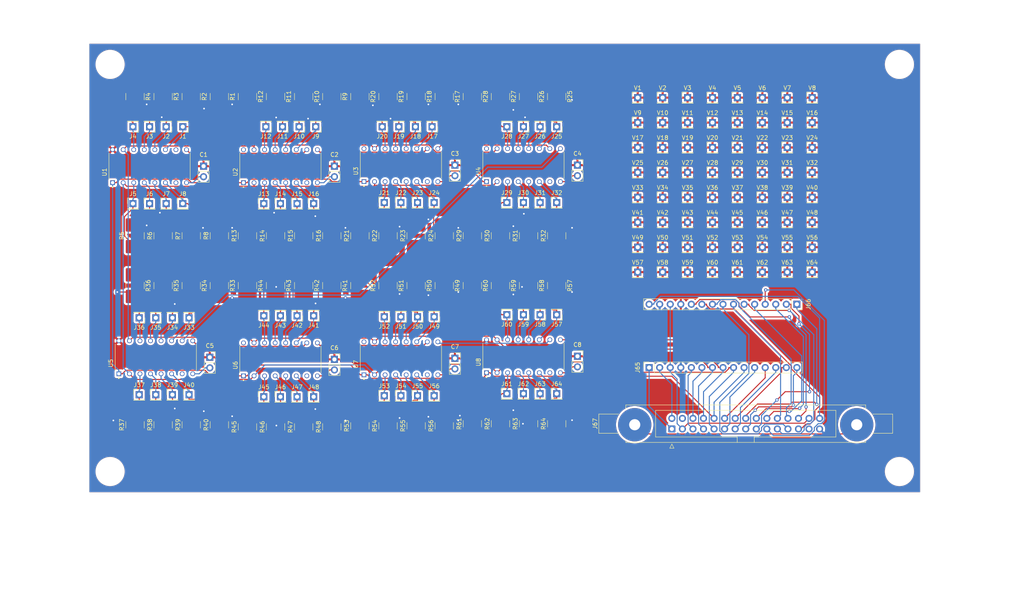
<source format=kicad_pcb>
(kicad_pcb (version 20240108) (generator "pcbnew") (generator_version "8.0")
  (layers (0 "F.Cu" signal) (31 "B.Cu" signal) (34 "B.Paste" user) (35 "F.Paste" user) (36 "B.SilkS" user "B.Silkscreen") (37 "F.SilkS" user "F.Silkscreen") (38 "B.Mask" user) (39 "F.Mask" user) (44 "Edge.Cuts" user))
  (net 0 "")
  (net 1 "/D12")
  (net 2 "/D11")
  (net 3 "/D10")
  (net 4 "/D9")
  (net 5 "/D8")
  (net 6 "GND")
  (net 7 "+5V")
  (net 8 "/D5")
  (net 9 "CLK")
  (net 10 "/D3")
  (net 11 "/D2")
  (net 12 "CLKINH")
  (net 13 "/RST")
  (net 14 "/RX0")
  (net 15 "/TX1")
  (net 16 "/Vin")
  (net 17 "SHLD")
  (net 18 "/A7")
  (net 19 "/A6")
  (net 20 "/A5")
  (net 21 "/A4")
  (net 22 "/A3")
  (net 23 "/A2")
  (net 24 "/A1")
  (net 25 "/A0")
  (net 26 "/AREF")
  (net 27 "/3V3")
  (net 28 "/chess/row1/input1/I1")
  (net 29 "/chess/row1/input2/I1")
  (net 30 "/chess/row1/input3/I1")
  (net 31 "/chess/row1/input4/I1")
  (net 32 "/chess/row1/input5/I1")
  (net 33 "/chess/row1/input6/I1")
  (net 34 "/chess/row1/input8/I1")
  (net 35 "/chess/row1/input7/I1")
  (net 36 "/chess/row2/input1/I1")
  (net 37 "/chess/row2/input2/I1")
  (net 38 "/chess/row2/input3/I1")
  (net 39 "/chess/row2/input4/I1")
  (net 40 "/chess/row2/input5/I1")
  (net 41 "/chess/row2/input6/I1")
  (net 42 "/chess/row2/input8/I1")
  (net 43 "/chess/row2/input7/I1")
  (net 44 "/chess/row5/input1/I1")
  (net 45 "/chess/row5/input2/I1")
  (net 46 "/chess/row5/input3/I1")
  (net 47 "/chess/row5/input4/I1")
  (net 48 "/chess/row5/input5/I1")
  (net 49 "/chess/row5/input6/I1")
  (net 50 "/chess/row5/input8/I1")
  (net 51 "/chess/row5/input7/I1")
  (net 52 "/chess/row6/input1/I1")
  (net 53 "/chess/row6/input2/I1")
  (net 54 "/chess/row6/input3/I1")
  (net 55 "/chess/row6/input4/I1")
  (net 56 "/chess/row6/input5/I1")
  (net 57 "/chess/row6/input6/I1")
  (net 58 "/chess/row6/input8/I1")
  (net 59 "/chess/row6/input7/I1")
  (net 60 "/chess/row3/input1/I1")
  (net 61 "/chess/row3/input2/I1")
  (net 62 "/chess/row3/input3/I1")
  (net 63 "/chess/row3/input4/I1")
  (net 64 "/chess/row3/input5/I1")
  (net 65 "/chess/row3/input6/I1")
  (net 66 "/chess/row3/input8/I1")
  (net 67 "/chess/row3/input7/I1")
  (net 68 "/chess/row4/input1/I1")
  (net 69 "/chess/row4/input2/I1")
  (net 70 "/chess/row4/input3/I1")
  (net 71 "/chess/row4/input4/I1")
  (net 72 "/chess/row4/input5/I1")
  (net 73 "/chess/row4/input6/I1")
  (net 74 "/chess/row4/input8/I1")
  (net 75 "/chess/row4/input7/I1")
  (net 76 "/chess/row7/input1/I1")
  (net 77 "/chess/row7/input2/I1")
  (net 78 "/chess/row7/input3/I1")
  (net 79 "/chess/row7/input4/I1")
  (net 80 "/chess/row7/input5/I1")
  (net 81 "/chess/row7/input6/I1")
  (net 82 "/chess/row7/input8/I1")
  (net 83 "/chess/row7/input7/I1")
  (net 84 "/chess/row8/input1/I1")
  (net 85 "/chess/row8/input2/I1")
  (net 86 "/chess/row8/input3/I1")
  (net 87 "/chess/row8/input4/I1")
  (net 88 "/chess/row8/input5/I1")
  (net 89 "/chess/row8/input6/I1")
  (net 90 "/chess/row8/input8/I1")
  (net 91 "/chess/row8/input7/I1")
  (net 93 "/chess/row1/IN")
  (net 94 "/chess/row1/OUT")
  (net 96 "/chess/row2/OUT")
  (net 97 "/chess/row4/OUT")
  (net 98 "/chess/row5/OUT")
  (net 100 "/chess/row6/OUT")
  (net 102 "/chess/row3/OUT")
  (net 106 "/chess/row7/OUT")
  (net 108 "Net-(U1-GND)")
  (net 109 "Net-(U2-GND)")
  (net 110 "Net-(U3-GND)")
  (net 111 "Net-(U4-GND)")
  (net 112 "Net-(U5-GND)")
  (net 113 "Net-(U6-GND)")
  (net 114 "Net-(U7-GND)")
  (net 115 "Net-(U8-GND)")
  (net 116 "/arduino-nano-connectors/D13")
  (net 117 "unconnected-(J67-MountPin-PadMP)")
  (footprint "Connector_PinHeader_2.54mm:PinHeader_1x01_P2.54mm_Vertical" (layer "F.Cu") (at 95.5 51.5 180)
    (property "Reference" "J1")
    (property "Value" "PINHD_1x1_Male")
  )
  (footprint "Connector_PinHeader_2.54mm:PinHeader_1x01_P2.54mm_Vertical" (layer "F.Cu") (at 87.5 51.5 180)
    (property "Reference" "J3")
    (property "Value" "PINHD_1x1_Male")
  )
  (footprint "Resistor_SMD:R_2816_7142Metric_Pad3.20x4.45mm_HandSolder" (layer "F.Cu") (at 165.2 89.75 -90)
    (property "Reference" "R60")
    (property "Value" "R")
  )
  (footprint "Connector_PinHeader_2.54mm:PinHeader_1x01_P2.54mm_Vertical" (layer "F.Cu") (at 223 86.5)
    (property "Reference" "V60")
    (property "Value" "PINHD_1x1_Male")
  )
  (footprint "Connector_PinSocket_2.54mm:PinSocket_1x02_P2.54mm_Vertical" (layer "F.Cu") (at 100.5 61)
    (property "Reference" "C1")
    (property "Value" "PINHD_1x2_Female")
  )
  (footprint "Resistor_SMD:R_2816_7142Metric_Pad3.20x4.45mm_HandSolder" (layer "F.Cu") (at 90.7667 89.75 -90)
    (property "Reference" "R35")
    (property "Value" "R")
  )
  (footprint "Resistor_SMD:R_2816_7142Metric_Pad3.20x4.45mm_HandSolder" (layer "F.Cu") (at 124.6 44.25 -90)
    (property "Reference" "R10")
    (property "Value" "R")
  )
  (footprint "Connector_PinHeader_2.54mm:PinHeader_1x01_P2.54mm_Vertical" (layer "F.Cu") (at 247 68.5)
    (property "Reference" "V40")
    (property "Value" "PINHD_1x1_Male")
  )
  (footprint "Resistor_SMD:R_2816_7142Metric_Pad3.20x4.45mm_HandSolder" (layer "F.Cu") (at 131.3667 44.25 -90)
    (property "Reference" "R9")
    (property "Value" "R")
  )
  (footprint "Connector_PinHeader_2.54mm:PinHeader_1x01_P2.54mm_Vertical" (layer "F.Cu") (at 241 56.5)
    (property "Reference" "V23")
    (property "Value" "PINHD_1x1_Male")
  )
  (footprint "Resistor_SMD:R_2816_7142Metric_Pad3.20x4.45mm_HandSolder" (layer "F.Cu") (at 171.9667 89.75 -90)
    (property "Reference" "R59")
    (property "Value" "R")
  )
  (footprint "SN74HC165N:DIP794W45P254L1969H508Q16" (layer "F.Cu") (at 177.5 106.75 90)
    (property "Reference" "U8")
    (property "Value" "SN74HC165N")
  )
  (footprint "Connector_PinHeader_2.54mm:PinHeader_1x01_P2.54mm_Vertical" (layer "F.Cu") (at 217 74.5)
    (property "Reference" "V43")
    (property "Value" "PINHD_1x1_Male")
  )
  (footprint "Resistor_SMD:R_2816_7142Metric_Pad3.20x4.45mm_HandSolder" (layer "F.Cu") (at 185.5 44.25 -90)
    (property "Reference" "R25")
    (property "Value" "R")
  )
  (footprint "Resistor_SMD:R_2816_7142Metric_Pad3.20x4.45mm_HandSolder" (layer "F.Cu") (at 144.9 44.25 -90)
    (property "Reference" "R19")
    (property "Value" "R")
  )
  (footprint "Resistor_SMD:R_2816_7142Metric_Pad3.20x4.45mm_HandSolder" (layer "F.Cu") (at 138.1333 89.75 -90)
    (property "Reference" "R52")
    (property "Value" "R")
  )
  (footprint "Connector_PinHeader_2.54mm:PinHeader_1x01_P2.54mm_Vertical" (layer "F.Cu") (at 241 74.5)
    (property "Reference" "V47")
    (property "Value" "PINHD_1x1_Male")
  )
  (footprint "Connector_PinHeader_2.54mm:PinHeader_1x01_P2.54mm_Vertical" (layer "F.Cu") (at 247 50.5)
    (property "Reference" "V16")
    (property "Value" "PINHD_1x1_Male")
  )
  (footprint "Connector_PinHeader_2.54mm:PinHeader_1x01_P2.54mm_Vertical" (layer "F.Cu") (at 119 116.5)
    (property "Reference" "J46")
    (property "Value" "PINHD_1x1_Male")
  )
  (footprint "Resistor_SMD:R_2816_7142Metric_Pad3.20x4.45mm_HandSolder" (layer "F.Cu") (at 158.4333 44.25 -90)
    (property "Reference" "R17")
    (property "Value" "R")
  )
  (footprint "Connector_PinSocket_2.54mm:PinSocket_1x02_P2.54mm_Vertical" (layer "F.Cu") (at 161 60.75)
    (property "Reference" "C3")
    (property "Value" "PINHD_1x2_Female")
  )
  (footprint "Connector_PinHeader_2.54mm:PinHeader_1x01_P2.54mm_Vertical" (layer "F.Cu") (at 247 74.5)
    (property "Reference" "V48")
    (property "Value" "PINHD_1x1_Male")
  )
  (footprint "Resistor_SMD:R_2816_7142Metric_Pad3.20x4.45mm_HandSolder" (layer "F.Cu") (at 178.7333 123 90)
    (property "Reference" "R63")
    (property "Value" "R")
  )
  (footprint "Resistor_SMD:R_2816_7142Metric_Pad3.20x4.45mm_HandSolder" (layer "F.Cu") (at 171.9667 77.75 90)
    (property "Reference" "R30")
    (property "Value" "R")
  )
  (footprint "Connector_PinHeader_2.54mm:PinHeader_1x01_P2.54mm_Vertical" (layer "F.Cu") (at 223 50.5)
    (property "Reference" "V12")
    (property "Value" "PINHD_1x1_Male")
  )
  (footprint "Connector_PinHeader_2.54mm:PinHeader_1x01_P2.54mm_Vertical" (layer "F.Cu") (at 229 86.5)
    (property "Reference" "V61")
    (property "Value" "PINHD_1x1_Male")
  )
  (footprint "Connector_PinHeader_2.54mm:PinHeader_1x01_P2.54mm_Vertical" (layer "F.Cu") (at 223 68.5)
    (property "Reference" "V36")
    (property "Value" "PINHD_1x1_Male")
  )
  (footprint "Connector_PinHeader_2.54mm:PinHeader_1x01_P2.54mm_Vertical" (layer "F.Cu") (at 181.5 69.75)
    (property "Reference" "J31")
    (property "Value" "PINHD_1x1_Male")
  )
  (footprint "Connector_PinHeader_2.54mm:PinHeader_1x01_P2.54mm_Vertical" (layer "F.Cu") (at 223 80.5)
    (property "Reference" "V52")
    (property "Value" "PINHD_1x1_Male")
  )
  (footprint "Connector_PinHeader_2.54mm:PinHeader_1x01_P2.54mm_Vertical" (layer "F.Cu") (at 229 62.5)
    (property "Reference" "V29")
    (property "Value" "PINHD_1x1_Male")
  )
  (footprint "Resistor_SMD:R_2816_7142Metric_Pad3.20x4.45mm_HandSolder" (layer "F.Cu") (at 138.1333 44.25 -90)
    (property "Reference" "R20")
    (property "Value" "R")
  )
  (footprint "Connector_PinHeader_2.54mm:PinHeader_1x01_P2.54mm_Vertical" (layer "F.Cu") (at 127 116.5)
    (property "Reference" "J48")
    (property "Value" "PINHD_1x1_Male")
  )
  (footprint "Connector_PinHeader_2.54mm:PinHeader_1x01_P2.54mm_Vertical" (layer "F.Cu") (at 235 86.5)
    (property "Reference" "V62")
    (property "Value" "PINHD_1x1_Male")
  )
  (footprint "Connector_PinHeader_2.54mm:PinHeader_1x01_P2.54mm_Vertical" (layer "F.Cu") (at 223 44.5)
    (property "Reference" "V4")
    (property "Value" "PINHD_1x1_Male")
  )
  (footprint "Connector_PinHeader_2.54mm:PinHeader_1x01_P2.54mm_Vertical" (layer "F.Cu") (at 152 69.75)
    (property "Reference" "J23")
    (property "Value" "PINHD_1x1_Male")
  )
  (footprint "Connector_PinHeader_2.54mm:PinHeader_1x01_P2.54mm_Vertical" (layer "F.Cu") (at 143.5 51.5 180)
    (property "Reference" "J20")
    (property "Value" "PINHD_1x1_Male")
  )
  (footprint "Connector_PinHeader_2.54mm:PinHeader_1x01_P2.54mm_Vertical" (layer "F.Cu") (at 156 116.25)
    (property "Reference" "J56")
    (property "Value" "PINHD_1x1_Male")
  )
  (footprint "Connector_PinHeader_2.54mm:PinHeader_1x01_P2.54mm_Vertical" (layer "F.Cu") (at 152 97.25 180)
    (property "Reference" "J50")
    (property "Value" "PINHD_1x1_Male")
  )
  (footprint "Resistor_SMD:R_2816_7142Metric_Pad3.20x4.45mm_HandSolder" (layer "F.Cu") (at 104.3 123.25 90)
    (property "Reference" "R40")
    (property "Value" "R")
  )
  (footprint "Resistor_SMD:R_2816_7142Metric_Pad3.20x4.45mm_HandSolder" (layer "F.Cu") (at 97.5333 44.25 -90)
    (property "Reference" "R2")
    (property "Value" "R")
  )
  (footprint "Connector_PinHeader_2.54mm:PinHeader_1x01_P2.54mm_Vertical" (layer "F.Cu") (at 247 56.5)
    (property "Reference" "V24")
    (property "Value" "PINHD_1x1_Male")
  )
  (footprint "Resistor_SMD:R_2816_7142Metric_Pad3.20x4.45mm_HandSolder" (layer "F.Cu") (at 171.9667 123 90)
    (property "Reference" "R62")
    (property "Value" "R")
  )
  (footprint "Connector_PinHeader_2.54mm:PinHeader_1x01_P2.54mm_Vertical" (layer "F.Cu") (at 123.5 51.5 180)
    (property "Reference" "J10")
    (property "Value" "PINHD_1x1_Male")
  )
  (footprint "Resistor_SMD:R_2816_7142Metric_Pad3.20x4.45mm_HandSolder" (layer "F.Cu") (at 158.4333 123.5 90)
    (property "Reference" "R56")
    (property "Value" "R")
  )
  (footprint "Resistor_SMD:R_2816_7142Metric_Pad3.20x4.45mm_HandSolder" (layer "F.Cu") (at 185.5 77.75 90)
    (property "Reference" "R32")
    (property "Value" "R")
  )
  (footprint "Connector_PinHeader_2.54mm:PinHeader_1x01_P2.54mm_Vertical" (layer "F.Cu") (at 156 69.75)
    (property "Reference" "J24")
    (property "Value" "PINHD_1x1_Male")
  )
  (footprint "Resistor_SMD:R_2816_7142Metric_Pad3.20x4.45mm_HandSolder" (layer "F.Cu") (at 124.6 123.75 90)
    (property "Reference" "R47")
    (property "Value" "R")
  )
  (footprint "Connector_PinHeader_2.54mm:PinHeader_1x01_P2.54mm_Vertical" (layer "F.Cu") (at 217 80.5)
    (property "Reference" "V51")
    (property "Value" "PINHD_1x1_Male")
  )
  (footprint "Resistor_SMD:R_2816_7142Metric_Pad3.20x4.45mm_HandSolder" (layer "F.Cu") (at 84 123.25 90)
    (property "Reference" "R37")
    (property "Value" "R")
  )
  (footprint "Connector_PinHeader_2.54mm:PinHeader_1x01_P2.54mm_Vertical" (layer "F.Cu") (at 217 86.5)
    (property "Reference" "V59")
    (property "Value" "PINHD_1x1_Male")
  )
  (footprint "Resistor_SMD:R_2816_7142Metric_Pad3.20x4.45mm_HandSolder" (layer "F.Cu") (at 158.4333 77.75 90)
    (property "Reference" "R24")
    (property "Value" "R")
  )
  (footprint "Resistor_SMD:R_2816_7142Metric_Pad3.20x4.45mm_HandSolder" (layer "F.Cu") (at 144.9 77.75 90)
    (property "Reference" "R22")
    (property "Value" "R")
  )
  (footprint "Resistor_SMD:R_2816_7142Metric_Pad3.20x4.45mm_HandSolder" (layer "F.Cu") (at 117.8333 44.25 -90)
    (property "Reference" "R11")
    (property "Value" "R")
  )
  (footprint "Connector_PinHeader_2.54mm:PinHeader_1x01_P2.54mm_Vertical" (layer "F.Cu") (at 148 116.25)
    (property "Reference" "J54")
    (property "Value" "PINHD_1x1_Male")
  )
  (footprint "Resistor_SMD:R_2816_7142Metric_Pad3.20x4.45mm_HandSolder" (layer "F.Cu") (at 144.9 89.75 -90)
    (property "Reference" "R51")
    (property "Value" "R")
  )
  (footprint "Connector_PinHeader_2.54mm:PinHeader_1x01_P2.54mm_Vertical" (layer "F.Cu") (at 127 70)
    (property "Reference" "J16")
    (property "Value" "PINHD_1x1_Male")
  )
  (footprint "Connector_PinHeader_2.54mm:PinHeader_1x01_P2.54mm_Vertical" (layer "F.Cu") (at 83.5 70)
    (property "Reference" "J5")
    (property "Value" "PINHD_1x1_Male")
  )
  (footprint "Connector_PinHeader_2.54mm:PinHeader_1x01_P2.54mm_Vertical" (layer "F.Cu") (at 235 62.5)
    (property "Reference" "V30")
    (property "Value" "PINHD_1x1_Male")
  )
  (footprint "Connector_PinHeader_2.54mm:PinHeader_1x01_P2.54mm_Vertical" (layer "F.Cu") (at 123 116.5)
    (property "Reference" "J47")
    (property "Value" "PINHD_1x1_Male")
  )
  (footprint "Connector_PinHeader_2.54mm:PinHeader_1x01_P2.54mm_Vertical" (layer "F.Cu") (at 123 70)
    (property "Reference" "J15")
    (property "Value" "PINHD_1x1_Male")
  )
  (footprint "Resistor_SMD:R_2816_7142Metric_Pad3.20x4.45mm_HandSolder" (layer "F.Cu") (at 90.7667 77.75 90)
    (property "Reference" "R6")
    (property "Value" "R")
  )
  (footprint "Connector_PinHeader_2.54mm:PinHeader_1x01_P2.54mm_Vertical" (layer "F.Cu") (at 173.5 115.75)
    (property "Reference" "J61")
    (property "Value" "PINHD_1x1_Male")
  )
  (footprint "Resistor_SMD:R_2816_7142Metric_Pad3.20x4.45mm_HandSolder" (layer "F.Cu") (at 111.0667 123.75 90)
    (property "Reference" "R45")
    (property "Value" "R")
  )
  (footprint "Connector_PinHeader_2.54mm:PinHeader_1x01_P2.54mm_Vertical" (layer "F.Cu") (at 211 86.5)
    (property "Reference" "V58")
    (property "Value" "PINHD_1x1_Male")
  )
  (footprint "Connector_PinHeader_2.54mm:PinHeader_1x01_P2.54mm_Vertical" (layer "F.Cu") (at 229 56.5)
    (property "Reference" "V21")
    (property "Value" "PINHD_1x1_Male")
  )
  (footprint "Connector_PinSocket_2.54mm:PinSocket_1x02_P2.54mm_Vertical" (layer "F.Cu") (at 161 107.25)
    (property "Reference" "C7")
    (property "Value" "PINHD_1x2_Female")
  )
  (footprint "Resistor_SMD:R_2816_7142Metric_Pad3.20x4.45mm_HandSolder" (layer "F.Cu") (at 104.3 77.75 90)
    (property "Reference" "R8")
    (property "Value" "R")
  )
  (footprint "Connector_PinHeader_2.54mm:PinHeader_1x01_P2.54mm_Vertical" (layer "F.Cu") (at 241 86.5)
    (property "Reference" "V63")
    (property "Value" "PINHD_1x1_Male")
  )
  (footprint "Connector_PinHeader_2.54mm:PinHeader_1x01_P2.54mm_Vertical" (layer "F.Cu") (at 217 62.5)
    (property "Reference" "V27")
    (property "Value" "PINHD_1x1_Male")
  )
  (footprint "Connector_PinHeader_2.54mm:PinHeader_1x01_P2.54mm_Vertical" (layer "F.Cu") (at 205 44.5)
    (property "Reference" "V1")
    (property "Value" "PINHD_1x1_Male")
  )
  (footprint "Connector_PinHeader_2.54mm:PinHeader_1x01_P2.54mm_Vertical" (layer "F.Cu") (at 235 50.5)
    (property "Reference" "V14")
    (property "Value" "PINHD_1x1_Male")
  )
  (footprint "Connector_PinHeader_2.54mm:PinHeader_1x01_P2.54mm_Vertical" (layer "F.Cu") (at 119.5 51.5 180)
    (property "Reference" "J11")
    (property "Value" "PINHD_1x1_Male")
  )
  (footprint "Connector_PinHeader_2.54mm:PinHeader_1x01_P2.54mm_Vertical" (layer "F.Cu") (at 115 116.5)
    (property "Reference" "J45")
    (property "Value" "PINHD_1x1_Male")
  )
  (footprint "Connector_PinHeader_2.54mm:PinHeader_1x01_P2.54mm_Vertical" (layer "F.Cu") (at 229 80.5)
    (property "Reference" "V53")
    (property "Value" "PINHD_1x1_Male")
  )
  (footprint "Connector_PinHeader_2.54mm:PinHeader_1x01_P2.54mm_Vertical" (layer "F.Cu") (at 211 62.5)
    (property "Reference" "V26")
    (property "Value" "PINHD_1x1_Male")
  )
  (footprint "Connector_PinHeader_2.54mm:PinHeader_1x01_P2.54mm_Vertical" (layer "F.Cu") (at 85 116)
    (property "Reference" "J37")
    (property "Value" "PINHD_1x1_Male")
  )
  (footprint "Resistor_SMD:R_2816_7142Metric_Pad3.20x4.45mm_HandSolder" (layer "F.Cu") (at 185.5 89.75 -90)
    (property "Reference" "R57")
    (property "Value" "R")
  )
  (footprint "Connector_PinHeader_2.54mm:PinHeader_1x01_P2.54mm_Vertical" (layer "F.Cu") (at 148 97.25 180)
    (property "Reference" "J51")
    (property "Value" "PINHD_1x1_Male")
  )
  (footprint "Connector_PinHeader_2.54mm:PinHeader_1x01_P2.54mm_Vertical" (layer "F.Cu") (at 89 116)
    (property "Reference" "J38")
    (property "Value" "PINHD_1x1_Male")
  )
  (footprint "Connector_PinHeader_2.54mm:PinHeader_1x01_P2.54mm_Vertical" (layer "F.Cu") (at 156 97.25 180)
    (property "Reference" "J49")
    (property "Value" "PINHD_1x1_Male")
  )
  (footprint "Connector_PinHeader_2.54mm:PinHeader_1x01_P2.54mm_Vertical" (layer "F.Cu") (at 185.5 69.75)
    (property "Reference" "J32")
    (property "Value" "PINHD_1x1_Male")
  )
  (footprint "Resistor_SMD:R_2816_7142Metric_Pad3.20x4.45mm_HandSolder" (layer "F.Cu") (at 178.7333 44.25 -90)
    (property "Reference" "R26")
    (property "Value" "R")
  )
  (footprint "SN74HC165N:DIP794W45P254L1969H508Q16" (layer "F.Cu") (at 87.5 61 90)
    (property "Reference" "U1")
    (property "Value" "SN74HC165N")
  )
  (footprint "Resistor_SMD:R_2816_7142Metric_Pad3.20x4.45mm_HandSolder" (layer "F.Cu") (at 131.3667 123.75 90)
    (property "Reference" "R48")
    (property "Value" "R")
  )
  (footprint "Connector_PinSocket_2.54mm:PinSocket_1x02_P2.54mm_Vertical" (layer "F.Cu") (at 132 107.5)
    (property "Reference" "C6")
    (property "Value" "PINHD_1x2_Female")
  )
  (footprint "Connector_PinHeader_2.54mm:PinHeader_1x01_P2.54mm_Vertical" (layer "F.Cu") (at 185.5 96.75 180)
    (property "Reference" "J57")
    (property "Value" "PINHD_1x1_Male")
  )
  (footprint "Connector_PinHeader_2.54mm:PinHeader_1x01_P2.54mm_Vertical" (layer "F.Cu") (at 205 68.5)
    (property "Reference" "V33")
    (property "Value" "PINHD_1x1_Male")
  )
  (footprint "Resistor_SMD:R_2816_7142Metric_Pad3.20x4.45mm_HandSolder" (layer "F.Cu") (at 151.6667 123.5 90)
    (property "Reference" "R55")
    (property "Value" "R")
  )
  (footprint "Connector_PinHeader_2.54mm:PinHeader_1x01_P2.54mm_Vertical" (layer "F.Cu") (at 235 56.5)
    (property "Reference" "V22")
    (property "Value" "PINHD_1x1_Male")
  )
  (footprint "Connector_PinHeader_2.54mm:PinHeader_1x01_P2.54mm_Vertical" (layer "F.Cu") (at 205 86.5)
    (property "Reference" "V57")
    (property "Value" "PINHD_1x1_Male")
  )
  (footprint "Connector_PinHeader_2.54mm:PinHeader_1x01_P2.54mm_Vertical" (layer "F.Cu") (at 93 116)
    (property "Reference" "J39")
    (property "Value" "PINHD_1x1_Male")
  )
  (footprint "Connector_PinHeader_2.54mm:PinHeader_1x01_P2.54mm_Vertical" (layer "F.Cu") (at 119 70)
    (property "Reference" "J14")
    (property "Value" "PINHD_1x1_Male")
  )
  (footprint "Resistor_SMD:R_2816_7142Metric_Pad3.20x4.45mm_HandSolder" (layer "F.Cu") (at 144.9 123.5 90)
    (property "Reference" "R54")
    (property "Value" "R")
  )
  (footprint "Resistor_SMD:R_2816_7142Metric_Pad3.20x4.45mm_HandSolder" (layer "F.Cu") (at 117.8333 89.75 -90)
    (property "Reference" "R43")
    (property "Value" "R")
  )
  (footprint "Connector_IDC:IDC-Header_2x15-1MP_P2.54mm_Latch6.5mm_Vertical" (layer "F.Cu") (at 213.22 124.2525 90)
    (property "Reference" "J67")
    (property "Value" "Conn_02x15_Counter_Clockwise_MountingPin")
  )
  (footprint "SN74HC165N:DIP794W45P254L1969H508Q16" (layer "F.Cu") (at 148 107.25 90)
    (property "Reference" "U7")
    (property "Value" "SN74HC165N")
  )
  (footprint "Resistor_SMD:R_2816_7142Metric_Pad3.20x4.45mm_HandSolder" (layer "F.Cu") (at 90.7667 44.25 -90)
    (property "Reference" "R3")
    (property "Value" "R")
  )
  (footprint "Connector_PinHeader_2.54mm:PinHeader_1x01_P2.54mm_Vertical" (layer "F.Cu") (at 144 116.25)
    (property "Reference" "J53")
    (property "Value" "PINHD_1x1_Male")
  )
  (footprint "Connector_PinHeader_2.54mm:PinHeader_1x01_P2.54mm_Vertical" (layer "F.Cu") (at 223 56.5)
    (property "Reference" "V20")
    (property "Value" "PINHD_1x1_Male")
  )
  (footprint "Connector_PinHeader_2.54mm:PinHeader_1x01_P2.54mm_Vertical" (layer "F.Cu") (at 229 74.5)
    (property "Reference" "V45")
    (property "Value" "PINHD_1x1_Male")
  )
  (footprint "Connector_PinHeader_2.54mm:PinHeader_1x01_P2.54mm_Vertical" (layer "F.Cu") (at 115 70)
    (property "Reference" "J13")
    (property "Value" "PINHD_1x1_Male")
  )
  (footprint "SN74HC165N:DIP794W45P254L1969H508Q16" (layer "F.Cu") (at 148 60.75 90)
    (property "Reference" "U3")
    (property "Value" "SN74HC165N")
  )
  (footprint "Resistor_SMD:R_2816_7142Metric_Pad3.20x4.45mm_HandSolder" (layer "F.Cu") (at 178.7333 77.75 90)
    (property "Reference" "R31")
    (property "Value" "R")
  )
  (footprint "Connector_PinHeader_2.54mm:PinHeader_1x01_P2.54mm_Vertical" (layer "F.Cu") (at 205 56.5)
    (property "Reference" "V17")
    (property "Value" "PINHD_1x1_Male")
  )
  (footprint "Connector_PinSocket_2.54mm:PinSocket_1x15_P2.54mm_Vertical" (layer "F.Cu") (at 243.31 94.235 -90)
    (property "Reference" "J66")
    (property "Value" "Conn_01x15")
  )
  (footprint "Connector_PinSocket_2.54mm:PinSocket_1x02_P2.54mm_Vertical" (layer "F.Cu") (at 190.5 106.75)
    (property "Reference" "C8")
    (property "Value" "PINHD_1x2_Female")
  )
  (footprint "Connector_PinHeader_2.54mm:PinHeader_1x01_P2.54mm_Vertical" (layer "F.Cu") (at 217 56.5)
    (property "Reference" "V19")
    (property "Value" "PINHD_1x1_Male")
  )
  (footprint "Connector_PinHeader_2.54mm:PinHeader_1x01_P2.54mm_Vertical" (layer "F.Cu") (at 185.5 115.75)
    (property "Reference" "J64")
    (property "Value" "PINHD_1x1_Male")
  )
  (footprint "Connector_PinHeader_2.54mm:PinHeader_1x01_P2.54mm_Vertical" (layer "F.Cu") (at 211 44.5)
    (property "Reference" "V2")
    (property "Value" "PINHD_1x1_Male")
  )
  (footprint "SN74HC165N:DIP794W45P254L1969H508Q16" (layer "F.Cu") (at 119 107.5 90)
    (property "Reference" "U6")
    (property "Value" "SN74HC165N")
  )
  (footprint "Resistor_SMD:R_2816_7142Metric_Pad3.20x4.45mm_HandSolder" (layer "F.Cu") (at 165.2 123 90)
    (property "Reference" "R61")
    (property "Value" "R")
  )
  (footprint "Connector_PinHeader_2.54mm:PinHeader_1x01_P2.54mm_Vertical" (layer "F.Cu") (at 123 97 180)
    (property "Reference" "J42")
    (property "Value" "PINHD_1x1_Male")
  )
  (footprint "Connector_PinHeader_2.54mm:PinHeader_1x01_P2.54mm_Vertical" (layer "F.Cu") (at 144 69.75)
    (property "Reference" "J21")
    (property "Value" "PINHD_1x1_Male")
  )
  (footprint "Connector_PinHeader_2.54mm:PinHeader_1x01_P2.54mm_Vertical" (layer "F.Cu") (at 223 74.5)
    (property "Reference" "V44")
    (property "Value" "PINHD_1x1_Male")
  )
  (footprint "Connector_PinHeader_2.54mm:PinHeader_1x01_P2.54mm_Vertical" (layer "F.Cu") (at 217 68.5)
    (property "Reference" "V35")
    (property "Value" "PINHD_1x1_Male")
  )
  (footprint "Connector_PinHeader_2.54mm:PinHeader_1x01_P2.54mm_Vertical" (layer "F.Cu") (at 144 97.25 180)
    (property "Reference" "J52")
    (property "Value" "PINHD_1x1_Male")
  )
  (footprint "Resistor_SMD:R_2816_7142Metric_Pad3.20x4.45mm_HandSolder" (layer "F.Cu") (at 97.5333 123.25 90)
    (property "Reference" "R39")
    (property "Value" "R")
  )
  (footprint "Connector_PinHeader_2.54mm:PinHeader_1x01_P2.54mm_Vertical" (layer "F.Cu") (at 87.5 70)
    (property "Reference" "J6")
    (property "Value" "PINHD_1x1_Male")
  )
  (footprint "Connector_PinHeader_2.54mm:PinHeader_1x01_P2.54mm_Vertical" (layer "F.Cu") (at 205 62.5)
    (property "Reference" "V25")
    (property "Value" "PINHD_1x1_Male")
  )
  (footprint "Connector_PinHeader_2.54mm:PinHeader_1x01_P2.54mm_Vertical" (layer "F.Cu") (at 217 50.5)
    (property "Reference" "V11")
    (property "Value" "PINHD_1x1_Male")
  )
  (footprint "Resistor_SMD:R_2816_7142Metric_Pad3.20x4.45mm_HandSolder" (layer "F.Cu") (at 138.1333 123.5 90)
    (property "Reference" "R53")
    (property "Value" "R")
  )
  (footprint "Connector_PinHeader_2.54mm:PinHeader_1x01_P2.54mm_Vertical" (layer "F.Cu") (at 119 97 180)
    (property "Reference" "J43")
    (property "Value" "PINHD_1x1_Male")
  )
  (footprint "Connector_PinHeader_2.54mm:PinHeader_1x01_P2.54mm_Vertical" (layer "F.Cu") (at 173.5 69.75)
    (property "Reference" "J29")
    (property "Value" "PINHD_1x1_Male")
  )
  (footprint "Connector_PinHeader_2.54mm:PinHeader_1x01_P2.54mm_Vertical" (layer "F.Cu") (at 211 80.5)
    (property "Reference" "V50")
    (property "Value" "PINHD_1x1_Male")
  )
  (footprint "Connector_PinHeader_2.54mm:PinHeader_1x01_P2.54mm_Vertical" (layer "F.Cu") (at 205 80.5)
    (property "Reference" "V49")
    (property "Value" "PINHD_1x1_Male")
  )
  (footprint "Resistor_SMD:R_2816_7142Metric_Pad3.20x4.45mm_HandSolder" (layer "F.Cu") (at 97.5333 77.75 90)
    (property "Reference" "R7")
    (property "Value" "R")
  )
  (footprint "Connector_PinHeader_2.54mm:PinHeader_1x01_P2.54mm_Vertical" (layer "F.Cu") (at 247 86.5)
    (property "Reference" "V64")
    (property "Value" "PINHD_1x1_Male")
  )
  (footprint "Connector_PinHeader_2.54mm:PinHeader_1x01_P2.54mm_Vertical" (layer "F.Cu") (at 177.5 51.5 180)
    (property "Reference" "J27")
    (property "Value" "PINHD_1x1_Male")
  )
  (footprint "Connector_PinHeader_2.54mm:PinHeader_1x01_P2.54mm_Vertical" (layer "F.Cu") (at 181.5 51.5 180)
    (property "Reference" "J26")
    (property "Value" "PINHD_1x1_Male")
  )
  (footprint "Connector_PinHeader_2.54mm:PinHeader_1x01_P2.54mm_Vertical" (layer "F.Cu") (at 229 68.5)
    (property "Reference" "V37")
    (property "Value" "PINHD_1x1_Male")
  )
  (footprint "Resistor_SMD:R_2816_7142Metric_Pad3.20x4.45mm_HandSolder" (layer "F.Cu") (at 151.6667 44.25 -90)
    (property "Reference" "R18")
    (property "Value" "R")
  )
  (footprint "Connector_PinHeader_2.54mm:PinHeader_1x01_P2.54mm_Vertical" (layer "F.Cu") (at 205 50.5)
    (property "Reference" "V9")
    (property "Value" "PINHD_1x1_Male")
  )
  (footprint "Resistor_SMD:R_2816_7142Metric_Pad3.20x4.45mm_HandSolder" (layer "F.Cu") (at 117.8333 77.75 90)
    (property "Reference" "R14")
    (property "Value" "R")
  )
  (footprint "Resistor_SMD:R_2816_7142Metric_Pad3.20x4.45mm_HandSolder" (layer "F.Cu") (at 151.6667 89.75 -90)
    (property "Reference" "R50")
    (property "Value" "R")
  )
  (footprint "Connector_PinHeader_2.54mm:PinHeader_1x01_P2.54mm_Vertical" (layer "F.Cu") (at 93 97.5 180)
    (property "Reference" "J34")
    (property "Value" "PINHD_1x1_Male")
  )
  (footprint "Resistor_SMD:R_2816_7142Metric_Pad3.20x4.45mm_HandSolder" (layer "F.Cu") (at 185.5 123 90)
    (property "Reference" "R64")
    (property "Value" "R")
  )
  (footprint "Resistor_SMD:R_2816_7142Metric_Pad3.20x4.45mm_HandSolder" (layer "F.Cu") (at 165.2 44.25 -90)
    (property "Reference" "R28")
    (property "Value" "R")
  )
  (footprint "Resistor_SMD:R_2816_7142Metric_Pad3.20x4.45mm_HandSolder" (layer "F.Cu") (at 111.0667 77.75 90)
    (property "Reference" "R13")
    (property "Value" "R")
  )
  (footprint "Connector_PinHeader_2.54mm:PinHeader_1x01_P2.54mm_Vertical" (layer "F.Cu") (at 152 116.25)
    (property "Reference" "J55")
    (property "Value" "PINHD_1x1_Male")
  )
  (footprint "Connector_PinHeader_2.54mm:PinHeader_1x01_P2.54mm_Vertical" (layer "F.Cu") (at 177.5 96.75 180)
    (property "Reference" "J59")
    (property "Value" "PINHD_1x1_Male")
  )
  (footprint "Connector_PinHeader_2.54mm:PinHeader_1x01_P2.54mm_Vertical" (layer "F.Cu") (at 241 44.5)
    (property "Reference" "V7")
    (property "Value" "PINHD_1x1_Male")
  )
  (footprint "Connector_PinHeader_2.54mm:PinHeader_1x01_P2.54mm_Vertical" (layer "F.Cu") (at 247 62.5)
    (property "Reference" "V32")
    (property "Value" "PINHD_1x1_Male")
  )
  (footprint "Connector_PinHeader_2.54mm:PinHeader_1x01_P2.54mm_Vertical" (layer "F.Cu") (at 95.5 70)
    (property "Reference" "J8")
    (property "Value" "PINHD_1x1_Male")
  )
  (footprint "Connector_PinHeader_2.54mm:PinHeader_1x01_P2.54mm_Vertical" (layer "F.Cu") (at 241 68.5)
    (property "Reference" "V39")
    (property "Value" "PINHD_1x1_Male")
  )
  (footprint "Connector_PinHeader_2.54mm:PinHeader_1x01_P2.54mm_Vertical" (layer "F.Cu") (at 115.5 51.5 180)
    (property "Reference" "J12")
    (property "Value" "PINHD_1x1_Male")
  )
  (footprint "Connector_PinHeader_2.54mm:PinHeader_1x01_P2.54mm_Vertical" (layer "F.Cu") (at 115 97 180)
    (property "Reference" "J44")
    (property "Value" "PINHD_1x1_Male")
  )
  (footprint "Connector_PinHeader_2.54mm:PinHeader_1x01_P2.54mm_Vertical" (layer "F.Cu") (at 147.5 51.5 180)
    (property "Reference" "J19")
    (property "Value" "PINHD_1x1_Male")
  )
  (footprint "SN74HC165N:DIP794W45P254L1969H508Q16" (layer "F.Cu") (at 119 61 90)
    (property "Reference" "U2")
    (property "Value" "SN74HC165N")
  )
  (footprint "Connector_PinHeader_2.54mm:PinHeader_1x01_P2.54mm_Vertical" (layer "F.Cu") (at 235 74.5)
    (property "Reference" "V46")
    (property "Value" "PINHD_1x1_Male")
  )
  (footprint "Connector_PinHeader_2.54mm:PinHeader_1x01_P2.54mm_Vertical" (layer "F.Cu") (at 205 74.5)
    (property "Reference" "V41")
    (property "Value" "PINHD_1x1_Male")
  )
  (footprint "Resistor_SMD:R_2816_7142Metric_Pad3.20x4.45mm_HandSolder" (layer "F.Cu") (at 111.0667 89.75 -90)
    (property "Reference" "R44")
    (property "Value" "R")
  )
  (footprint "Connector_PinHeader_2.54mm:PinHeader_1x01_P2.54mm_Vertical" (layer "F.Cu") (at 247 44.5)
    (property "Reference" "V8")
    (property "Value" "PINHD_1x1_Male")
  )
  (footprint "Connector_PinHeader_2.54mm:PinHeader_1x01_P2.54mm_Vertical" (layer "F.Cu") (at 247 80.5)
    (property "Reference" "V56")
    (property "Value" "PINHD_1x1_Male")
  )
  (footprint "Connector_PinHeader_2.54mm:PinHeader_1x01_P2.54mm_Vertical" (layer "F.Cu") (at 148 69.75)
    (property "Reference" "J22")
    (property "Value" "PINHD_1x1_Male")
  )
  (footprint "Connector_PinHeader_2.54mm:PinHeader_1x01_P2.54mm_Vertical" (layer "F.Cu") (at 177.5 115.75)
    (property "Reference" "J62")
    (property "Value" "PINHD_1x1_Male")
  )
  (footprint "Resistor_SMD:R_2816_7142Metric_Pad3.20x4.45mm_HandSolder" (layer "F.Cu") (at 84 77.75 90)
    (property "Reference" "R5")
    (property "Value" "R")
  )
  (footprint "Resistor_SMD:R_2816_7142Metric_Pad3.20x4.45mm_HandSolder" (layer "F.Cu") (at 131.3667 89.75 -90)
    (property "Reference" "R41")
    (property "Value" "R")
  )
  (footprint "Connector_PinHeader_2.54mm:PinHeader_1x01_P2.54mm_Vertical" (layer "F.Cu") (at 173.5 96.75 180)
    (property "Reference" "J60")
    (property "Value" "PINHD_1x1_Male")
  )
  (footprint "Connector_PinHeader_2.54mm:PinHeader_1x01_P2.54mm_Vertical" (layer "F.Cu") (at 229 50.5)
    (property "Reference" "V13")
    (property "Value" "PINHD_1x1_Male")
  )
  (footprint "Connector_PinHeader_2.54mm:PinHeader_1x01_P2.54mm_Vertical" (layer "F.Cu") (at 241 62.5)
    (property "Reference" "V31")
    (property "Value" "PINHD_1x1_Male")
  )
  (footprint "Connector_PinHeader_2.54mm:PinHeader_1x01_P2.54mm_Vertical" (layer "F.Cu") (at 177.5 69.75)
    (property "Reference" "J30")
    (property "Value" "PINHD_1x1_Male")
  )
  (footprint "Connector_PinSocket_2.54mm:PinSocket_1x02_P2.54mm_Vertical" (layer "F.Cu") (at 132 61)
    (property "Reference" "C2")
    (property "Value" "PINHD_1x2_Female")
  )
  (footprint "Connector_PinHeader_2.54mm:PinHeader_1x01_P2.54mm_Vertical" (layer "F.Cu") (at 211 74.5)
    (property "Reference" "V42")
    (property "Value" "PINHD_1x1_Male")
  )
  (footprint "Connector_PinHeader_2.54mm:PinHeader_1x01_P2.54mm_Vertical" (layer "F.Cu") (at 235 68.5)
    (property "Reference" "V38")
    (property "Value" "PINHD_1x1_Male")
  )
  (footprint "Connector_PinSocket_2.54mm:PinSocket_1x15_P2.54mm_Vertical" (layer "F.Cu") (at 207.75 109.475 90)
    (property "Reference" "J65")
    (property "Value" "Conn_01x15")
  )
  (footprint "Connector_PinHeader_2.54mm:PinHeader_1x01_P2.54mm_Vertical" (layer "F.Cu") (at 235 80.5)
    (property "Reference" "V54")
    (property "Value" "PINHD_1x1_Male")
  )
  (footprint "SN74HC165N:DIP794W45P254L1969H508Q16" (layer "F.Cu") (at 177.5 60.75 90)
    (property "Reference" "U4")
    (property "Value" "SN74HC165N")
  )
  (footprint "Connector_PinHeader_2.54mm:PinHeader_1x01_P2.54mm_Vertical" (layer "F.Cu") (at 85 97.5 180)
    (property "Reference" "J36")
    (property "Value" "PINHD_1x1_Male")
  )
  (footprint "Resistor_SMD:R_2816_7142Metric_Pad3.20x4.45mm_HandSolder" (layer "F.Cu") (at 158.4333 89.75 -90)
    (property "Reference" "R49")
    (property "Value" "R")
  )
  (footprint "Connector_PinHeader_2.54mm:PinHeader_1x01_P2.54mm_Vertical" (layer "F.Cu") (at 97 116)
    (property "Reference" "J40")
    (property "Value" "PINHD_1x1_Male")
  )
  (footprint "Resistor_SMD:R_2816_7142Metric_Pad3.20x4.45mm_HandSolder" (layer "F.Cu") (at 111.0667 44.25 -90)
    (property "Reference" "R12")
    (property "Value" "R")
  )
  (footprint "Resistor_SMD:R_2816_7142Metric_Pad3.20x4.45mm_HandSolder" (layer "F.Cu") (at 165.2 77.75 90)
    (property "Reference" "R29")
    (property "Value" "R")
  )
  (footprint "Connector_PinHeader_2.54mm:PinHeader_1x01_P2.54mm_Vertical" (layer "F.Cu") (at 211 68.5)
    (property "Reference" "V34")
    (property "Value" "PINHD_1x1_Male")
  )
  (footprint "Resistor_SMD:R_2816_7142Metric_Pad3.20x4.45mm_HandSolder" (layer "F.Cu") (at 104.3 44.25 -90)
    (property "Reference" "R1")
    (property "Value" "R")
  )
  (footprint "Resistor_SMD:R_2816_7142Metric_Pad3.20x4.45mm_HandSolder" (layer "F.Cu") (at 178.7333 89.75 -90)
    (property "Reference" "R58")
    (property "Value" "R")
  )
  (footprint "Resistor_SMD:R_2816_7142Metric_Pad3.20x4.45mm_HandSolder" (layer "F.Cu") (at 138.1333 77.75 90)
    (property "Reference" "R21")
    (property "Value" "R")
  )
  (footprint "Connector_PinHeader_2.54mm:PinHeader_1x01_P2.54mm_Vertical" (layer "F.Cu") (at 83.5 51.5 180)
    (property "Reference" "J4")
    (property "Value" "PINHD_1x1_Male")
  )
  (footprint "Connector_PinHeader_2.54mm:PinHeader_1x01_P2.54mm_Vertical" (layer "F.Cu") (at 241 50.5)
    (property "Reference" "V15")
    (property "Value" "PINHD_1x1_Male")
  )
  (footprint "Connector_PinHeader_2.54mm:PinHeader_1x01_P2.54mm_Vertical" (layer "F.Cu") (at 89 97.5 180)
    (property "Reference" "J35")
    (property "Value" "PINHD_1x1_Male")
  )
  (footprint "Resistor_SMD:R_2816_7142Metric_Pad3.20x4.45mm_HandSolder" (layer "F.Cu") (at 117.8333 123.75 90)
    (property "Reference" "R46")
    (property "Value" "R")
  )
  (footprint "Resistor_SMD:R_2816_7142Metric_Pad3.20x4.45mm_HandSolder" (layer "F.Cu") (at 171.9667 44.25 -90)
    (property "Reference" "R27")
    (property "Value" "R")
  )
  (footprint "Connector_PinHeader_2.54mm:PinHeader_1x01_P2.54mm_Vertical" (layer "F.Cu") (at 181.5 115.75)
    (property "Reference" "J63")
    (property "Value" "PINHD_1x1_Male")
  )
  (footprint "Resistor_SMD:R_2816_7142Metric_Pad3.20x4.45mm_HandSolder" (layer "F.Cu") (at 124.6 89.75 -90)
    (property "Reference" "R42")
    (property "Value" "R")
  )
  (footprint "Connector_PinHeader_2.54mm:PinHeader_1x01_P2.54mm_Vertical" (layer "F.Cu") (at 127.5 51.5 180)
    (property "Reference" "J9")
    (property "Value" "PINHD_1x1_Male")
  )
  (footprint "Resistor_SMD:R_2816_7142Metric_Pad3.20x4.45mm_HandSolder" (layer "F.Cu") (at 97.5333 89.75 -90)
    (property "Reference" "R34")
    (property "Value" "R")
  )
  (footprint "Resistor_SMD:R_2816_7142Metric_Pad3.20x4.45mm_HandSolder" (layer "F.Cu") (at 131.3667 77.75 90)
    (property "Reference" "R16")
    (property "Value" "R")
  )
  (footprint "Connector_PinHeader_2.54mm:PinHeader_1x01_P2.54mm_Vertical" (layer "F.Cu") (at 223 62.5)
    (property "Reference" "V28")
    (property "Value" "PINHD_1x1_Male")
  )
  (footprint "Connector_PinHeader_2.54mm:PinHeader_1x01_P2.54mm_Vertical" (layer "F.Cu") (at 91.5 70)
    (property "Reference" "J7")
    (property "Value" "PINHD_1x1_Male")
  )
  (footprint "Connector_PinHeader_2.54mm:PinHeader_1x01_P2.54mm_Vertical" (layer "F.Cu") (at 241 80.5)
    (property "Reference" "V55")
    (property "Value" "PINHD_1x1_Male")
  )
  (footprint "Connector_PinSocket_2.54mm:PinSocket_1x02_P2.54mm_Vertical" (layer "F.Cu") (at 102 107)
    (property "Reference" "C5")
    (property "Value" "PINHD_1x2_Female")
  )
  (footprint "Connector_PinHeader_2.54mm:PinHeader_1x01_P2.54mm_Vertical" (layer "F.Cu") (at 151.5 51.5 180)
    (property "Reference" "J18")
    (property "Value" "PINHD_1x1_Male")
  )
  (footprint "Resistor_SMD:R_2816_7142Metric_Pad3.20x4.45mm_HandSolder" (layer "F.Cu") (at 84 44.25 -90)
    (property "Reference" "R4")
    (property "Value" "R")
  )
  (footprint "Resistor_SMD:R_2816_7142Metric_Pad3.20x4.45mm_HandSolder" (layer "F.Cu") (at 104.3 89.75 -90)
    (property "Reference" "R33")
    (property "Value" "R")
  )
  (footprint "Resistor_SMD:R_2816_7142Metric_Pad3.20x4.45mm_HandSolder" (layer "F.Cu") (at 151.6667 77.75 90)
    (property "Reference" "R23")
    (property "Value" "R")
  )
  (footprint "Connector_PinHeader_2.54mm:PinHeader_1x01_P2.54mm_Vertical" (layer "F.Cu") (at 235 44.5)
    (property "Reference" "V6")
    (property "Value" "PINHD_1x1_Male")
  )
  (footprint "Connector_PinHeader_2.54mm:PinHeader_1x01_P2.54mm_Vertical" (layer "F.Cu") (at 185.5 51.5 180)
    (property "Reference" "J25")
    (property "Value" "PINHD_1x1_Male")
  )
  (footprint "Connector_PinHeader_2.54mm:PinHeader_1x01_P2.54mm_Vertical" (layer "F.Cu") (at 217 44.5)
    (property "Reference" "V3")
    (property "Value" "PINHD_1x1_Male")
  )
  (footprint "Resistor_SMD:R_2816_7142Metric_Pad3.20x4.45mm_HandSolder" (layer "F.Cu") (at 124.6 77.75 90)
    (property "Reference" "R15")
    (property "Value" "R")
  )
  (footprint "Connector_PinHeader_2.54mm:PinHeader_1x01_P2.54mm_Vertical" (layer "F.Cu") (at 91.5 51.5 180)
    (property "Reference" "J2")
    (property "Value" "PINHD_1x1_Male")
  )
  (footprint "SN74HC165N:DIP794W45P254L1969H508Q16" (layer "F.Cu") (at 89 107 90)
    (property "Reference" "U5")
    (property "Value" "SN74HC165N")
  )
  (footprint "Connector_PinHeader_2.54mm:PinHeader_1x01_P2.54mm_Vertical" (layer "F.Cu") (at 173.5 51.5 180)
    (property "Reference" "J28")
    (property "Value" "PINHD_1x1_Male")
  )
  (footprint "Connector_PinHeader_2.54mm:PinHeader_1x01_P2.54mm_Vertical" (layer "F.Cu") (at 97 97.5 180)
    (property "Reference" "J33")
    (property "Value" "PINHD_1x1_Male")
  )
  (footprint "Connector_PinHeader_2.54mm:PinHeader_1x01_P2.54mm_Vertical" (layer "F.Cu") (at 229 44.5)
    (property "Reference" "V5")
    (property "Value" "PINHD_1x1_Male")
  )
  (footprint "Connector_PinHeader_2.54mm:PinHeader_1x01_P2.54mm_Vertical" (layer "F.Cu") (at 211 56.5)
    (property "Reference" "V18")
    (property "Value" "PINHD_1x1_Male")
  )
  (footprint "Connector_PinHeader_2.54mm:PinHeader_1x01_P2.54mm_Vertical" (layer "F.Cu") (at 155.5 51.5 180)
    (property "Reference" "J17")
    (property "Value" "PINHD_1x1_Male")
  )
  (footprint "Connector_PinHeader_2.54mm:PinHeader_1x01_P2.54mm_Vertical" (layer "F.Cu") (at 211 50.5)
    (property "Reference" "V10")
    (property "Value" "PINHD_1x1_Male")
  )
  (footprint "Connector_PinSocket_2.54mm:PinSocket_1x02_P2.54mm_Vertical" (layer "F.Cu") (at 190.5 60.75)
    (property "Reference" "C4")
    (property "Value" "PINHD_1x2_Female")
  )
  (footprint "Connector_PinHeader_2.54mm:PinHeader_1x01_P2.54mm_Vertical" (layer "F.Cu") (at 127 97 180)
    (property "Reference" "J41")
    (property "Value" "PINHD_1x1_Male")
  )
  (footprint "Resistor_SMD:R_2816_7142Metric_Pad3.20x4.45mm_HandSolder" (layer "F.Cu") (at 90.7667 123.25 90)
    (property "Reference" "R38")
    (property "Value" "R")
  )
  (footprint "Connector_PinHeader_2.54mm:PinHeader_1x01_P2.54mm_Vertical" (layer "F.Cu") (at 181.5 96.75 180)
    (property "Reference" "J58")
    (property "Value" "PINHD_1x1_Male")
  )
  (footprint "Resistor_SMD:R_2816_7142Metric_Pad3.20x4.45mm_HandSolder" (layer "F.Cu") (at 84 89.75 -90)
    (property "Reference" "R36")
    (property "Value" "R")
  )
  (gr_circle (center 268 36.5) (end 271.5 36.5) (stroke (width 0.05)) (fill none) (layer "Edge.Cuts"))
  (gr_circle (center 78 36.5) (end 81.5 36.5) (stroke (width 0.05)) (fill none) (layer "Edge.Cuts"))
  (gr_rect (start 73 31.5) (end 273 139.5) (stroke (width 0.05)) (fill none) (layer "Edge.Cuts"))
  (gr_circle (center 78 134.5) (end 81.5 134.5) (stroke (width 0.05)) (fill none) (layer "Edge.Cuts"))
  (gr_circle (center 268 134.5) (end 271.5 134.5) (stroke (width 0.05)) (fill none) (layer "Edge.Cuts"))
  (segment (start 242.4743 118.4944) (end 242.0413 118.9274) (width 0.25) (layer "F.Cu") (net 1))
  (segment (start 234.097 118.9274) (end 233.2957 119.7287) (width 0.25) (layer "F.Cu") (net 1))
  (segment (start 242.0413 118.9274) (end 234.097 118.9274) (width 0.25) (layer "F.Cu") (net 1))
  (via (at 233.2957 119.7287) (size 0.8) (drill 0.4) (layers "F.Cu" "B.Cu") (net 1))
  (via (at 242.4743 118.4944) (size 0.8) (drill 0.4) (layers "F.Cu" "B.Cu") (net 1))
  (segment (start 243.31 109.475) (end 243.31 110.6017) (width 0.25) (layer "B.Cu") (net 1))
  (segment (start 243.31 110.6017) (end 242.4743 111.4374) (width 0.25) (layer "B.Cu") (net 1))
  (segment (start 242.4743 111.4374) (end 242.4743 118.4944) (width 0.25) (layer "B.Cu") (net 1))
  (segment (start 232.1653 123.0872) (end 232.1653 120.8591) (width 0.25) (layer "B.Cu") (net 1))
  (segment (start 231 124.2525) (end 232.1653 123.0872) (width 0.25) (layer "B.Cu") (net 1))
  (segment (start 232.1653 120.8591) (end 233.2957 119.7287) (width 0.25) (layer "B.Cu") (net 1))
  (segment (start 239.6433 110.5292) (end 239.6433 109.475) (width 0.25) (layer "F.Cu") (net 2))
  (segment (start 228.46 121.7125) (end 239.6433 110.5292) (width 0.25) (layer "F.Cu") (net 2))
  (segment (start 240.77 109.475) (end 239.6433 109.475) (width 0.25) (layer "F.Cu") (net 2))
  (segment (start 229.73 122.9825) (end 229.73 119.1017) (width 0.25) (layer "B.Cu") (net 3))
  (segment (start 229.73 119.1017) (end 238.23 110.6017) (width 0.25) (layer "B.Cu") (net 3))
  (segment (start 238.23 109.475) (end 238.23 110.6017) (width 0.25) (layer "B.Cu") (net 3))
  (segment (start 228.46 124.2525) (end 229.73 122.9825) (width 0.25) (layer "B.Cu") (net 3))
  (segment (start 235.69 111.9425) (end 235.69 109.475) (width 0.25) (layer "F.Cu") (net 4))
  (segment (start 225.92 121.7125) (end 235.69 111.9425) (width 0.25) (layer "F.Cu") (net 4))
  (segment (start 227.19 122.9825) (end 225.92 124.2525) (width 0.25) (layer "B.Cu") (net 5))
  (segment (start 227.19 116.5617) (end 227.19 122.9825) (width 0.25) (layer "B.Cu") (net 5))
  (segment (start 233.15 110.6017) (end 227.19 116.5617) (width 0.25) (layer "B.Cu") (net 5))
  (segment (start 233.15 109.475) (end 233.15 110.6017) (width 0.25) (layer "B.Cu") (net 5))
  (segment (start 145.6133 121.6133) (end 144.9 120.9) (width 0.25) (layer "F.Cu") (net 6))
  (segment (start 172.6219 119.7448) (end 171.9667 120.4) (width 0.25) (layer "F.Cu") (net 6))
  (segment (start 175.0643 47.4478) (end 172.5645 47.4478) (width 0.25) (layer "F.Cu") (net 6))
  (segment (start 126.2839 94.0339) (end 124.6 92.35) (width 0.25) (layer "F.Cu") (net 6))
  (segment (start 177.8836 49.2375) (end 178.7333 48.3878) (width 0.25) (layer "F.Cu") (net 6))
  (segment (start 137.4443 75.839) (end 138.1333 75.15) (width 0.25) (layer "F.Cu") (net 6))
  (segment (start 147.6798 91.7651) (end 145.4849 91.7651) (width 0.25) (layer "F.Cu") (net 6))
  (segment (start 158.4333 46.85) (end 159.1569 46.1264) (width 0.25) (layer "F.Cu") (net 6))
  (segment (start 117.8333 123.2369) (end 117.8333 121.15) (width 0.25) (layer "F.Cu") (net 6))
  (segment (start 178.7333 91.6378) (end 178.7333 92.35) (width 0.25) (layer "F.Cu") (net 6))
  (segment (start 107.3778 92.7103) (end 110.7064 92.7103) (width 0.25) (layer "F.Cu") (net 6))
  (segment (start 177.3773 122.9999) (end 178.7333 121.6439) (width 0.25) (layer "F.Cu") (net 6))
  (segment (start 93.5634 94.175) (end 92.5917 94.175) (width 0.25) (layer "F.Cu") (net 6))
  (segment (start 84.7236 46.1264) (end 84 46.85) (width 0.25) (layer "F.Cu") (net 6))
  (segment (start 145.4849 91.7651) (end 144.9 92.35) (width 0.25) (layer "F.Cu") (net 6))
  (segment (start 84.1054 75.2554) (end 84 75.15) (width 0.25) (layer "F.Cu") (net 6))
  (segment (start 175.0643 119.7448) (end 172.6219 119.7448) (width 0.25) (layer "F.Cu") (net 6))
  (segment (start 138.1333 120.9) (end 136.8227 122.2106) (width 0.25) (layer "F.Cu") (net 6))
  (segment (start 104.3 75.15) (end 104.989 75.839) (width 0.25) (layer "F.Cu") (net 6))
  (segment (start 126.2805 119.4695) (end 124.6 121.15) (width 0.25) (layer "F.Cu") (net 6))
  (segment (start 107.3778 46.1264) (end 110.3431 46.1264) (width 0.25) (layer "F.Cu") (net 6))
  (segment (start 189.1955 75.839) (end 186.189 75.839) (width 0.25) (layer "F.Cu") (net 6))
  (segment (start 161.8166 75.839) (end 164.511 75.839) (width 0.25) (layer "F.Cu") (net 6))
  (segment (start 161.8166 122.2106) (end 159.7439 122.2106) (width 0.25) (layer "F.Cu") (net 6))
  (segment (start 82.4394 122.2106) (end 84 120.65) (width 0.25) (layer "F.Cu") (net 6))
  (segment (start 131.3667 75.15) (end 132.0557 75.839) (width 0.25) (layer "F.Cu") (net 6))
  (segment (start 134.6504 92.6935) (end 137.7898 92.6935) (width 0.25) (layer "F.Cu") (net 6))
  (segment (start 117.8333 49.1397) (end 117.8333 46.85) (width 0.25) (layer "F.Cu") (net 6))
  (segment (start 178.7333 121.6439) (end 178.7333 120.4) (width 0.25) (layer "F.Cu") (net 6))
  (segment (start 99.8817 120.65) (end 97.5333 120.65) (width 0.25) (layer "F.Cu") (net 6))
  (segment (start 177.5971 72.4586) (end 178.7333 73.5948) (width 0.25) (layer "F.Cu") (net 6))
  (segment (start 93.5634 119.3284) (end 92.0883 119.3284) (width 0.25) (layer "F.Cu") (net 6))
  (segment (start 128.4989 46.1264) (end 130.6431 46.1264) (width 0.25) (layer "F.Cu") (net 6))
  (segment (start 117.9756 90.0566) (end 117.8333 90.1989) (width 0.25) (layer "F.Cu") (net 6))
  (segment (start 89.9885 72.1995) (end 90.7667 72.9777) (width 0.25) (layer "F.Cu") (net 6))
  (segment (start 172.4397 91.877) (end 171.9667 92.35) (width 0.25) (layer "F.Cu") (net 6))
  (segment (start 189.1955 45.0539) (end 187.2961 45.0539) (width 0.25) (layer "F.Cu") (net 6))
  (segment (start 127.4026 73.0337) (end 126.7163 73.0337) (width 0.25) (layer "F.Cu") (net 6))
  (segment (start 86.8005 46.1264) (end 84.7236 46.1264) (width 0.25) (layer "F.Cu") (net 6))
  (segment (start 153.0153 73.8014) (end 151.6667 75.15) (width 0.25) (layer "F.Cu") (net 6))
  (segment (start 117.4778 72.1995) (end 117.8333 72.555) (width 0.25) (layer "F.Cu") (net 6))
  (segment (start 152.3903 46.1264) (end 151.6667 46.85) (width 0.25) (layer "F.Cu") (net 6))
  (segment (start 92.5917 94.175) (end 90.7667 92.35) (width 0.25) (layer "F.Cu") (net 6))
  (segment (start 117.9735 49.2799) (end 117.8333 49.1397) (width 0.25) (layer "F.Cu") (net 6))
  (segment (start 126.7163 73.0337) (end 124.6 75.15) (width 0.25) (layer "F.Cu") (net 6))
  (segment (start 92.0883 119.3284) (end 90.7667 120.65) (width 0.25) (layer "F.Cu") (net 6))
  (segment (start 137.7898 92.6935) (end 138.1333 92.35) (width 0.25) (layer "F.Cu") (net 6))
  (segment (start 125.6533 49.5505) (end 124.6 48.4972) (width 0.25) (layer "F.Cu") (net 6))
  (segment (start 100.5557 119.976) (end 99.8817 120.65) (width 0.25) (layer "F.Cu") (net 6))
  (segment (start 175.0643 75.4406) (end 172.2573 75.4406) (width 0.25) (layer "F.Cu") (net 6))
  (segment (start 136.8227 122.2106) (end 134.6503 122.2106) (width 0.25) (layer "F.Cu") (net 6))
  (segment (start 104.3 46.85) (end 105.0236 46.1264) (width 0.25) (layer "F.Cu") (net 6))
  (segment (start 164.511 75.839) (end 165.2 75.15) (width 0.25) (layer "F.Cu") (net 6))
  (segment (start 100.3649 75.8418) (end 98.2251 75.8418) (width 0.25) (layer "F.Cu") (net 6))
  (segment (start 159.4871 91.2962) (end 161.8167 91.2962) (width 0.25) (layer "F.Cu") (net 6))
  (segment (start 104.8412 121.1912) (end 107.3777 121.1912) (width 0.25) (layer "F.Cu") (net 6))
  (segment (start 117.8333 72.555) (end 117.8333 75.15) (width 0.25) (layer "F.Cu") (net 6))
  (segment (start 104.3 120.65) (end 104.8412 121.1912) (width 0.25) (layer "F.Cu") (net 6))
  (segment (start 90.4298 49.2147) (end 90.7667 48.8778) (width 0.25) (layer "F.Cu") (net 6))
  (segment (start 117.8333 90.1989) (end 117.8333 92.35) (width 0.25) (layer "F.Cu") (net 6))
  (segment (start 161.8167 46.1264) (end 164.4764 46.1264) (width 0.25) (layer "F.Cu") (net 6))
  (segment (start 86.8005 75.2554) (end 84.1054 75.2554) (width 0.25) (layer "F.Cu") (net 6))
  (segment (start 98.2251 75.8418) (end 97.5333 75.15) (width 0.25) (layer "F.Cu") (net 6))
  (segment (start 161.8167 91.2962) (end 164.1462 91.2962) (width 0.25) (layer "F.Cu") (net 6))
  (segment (start 159.1223 75.839) (end 161.8166 75.839) (width 0.25) (layer "F.Cu") (net 6))
  (segment (start 164.1462 91.2962) (end 165.2 92.35) (width 0.25) (layer "F.Cu") (net 6))
  (segment (start 78.7883 122.2106) (end 82.4394 122.2106) (width 0.25) (layer "F.Cu") (net 6))
  (segment (start 187.2961 45.0539) (end 185.5 46.85) (width 0.25) (layer "F.Cu") (net 6))
  (segment (start 118.0255 123.4291) (end 117.8333 123.2369) (width 0.25) (layer "F.Cu") (net 6))
  (segment (start 90.7667 72.9777) (end 90.7667 75.15) (width 0.25) (layer "F.Cu") (net 6))
  (segment (start 151.9545 92.0622) (end 151.6667 92.35) (width 0.25) (layer "F.Cu") (net 6))
  (segment (start 104.3 92.35) (end 104.6603 92.7103) (width 0.25) (layer "F.Cu") (net 6))
  (segment (start 104.989 75.839) (end 107.3777 75.839) (width 0.25) (layer "F.Cu") (net 6))
  (segment (start 158.4333 75.15) (end 159.1223 75.839) (width 0.25) (layer "F.Cu") (net 6))
  (segment (start 107.3777 75.839) (end 110.3777 75.839) (width 0.25) (layer "F.Cu") (net 6))
  (segment (start 132.4273 122.2106) (end 131.3667 121.15) (width 0.25) (layer "F.Cu") (net 6))
  (segment (start 145.5 49.5505) (end 144.9 48.9505) (width 0.25) (layer "F.Cu") (net 6))
  (segment (start 164.5555 121.0445) (end 165.2 120.4) (width 0.25) (layer "F.Cu") (net 6))
  (segment (start 162.1953 121.0445) (end 164.5555 121.0445) (width 0.25) (layer "F.Cu") (net 6))
  (segment (start 131.3667 92.35) (end 131.7102 92.6935) (width 0.25) (layer "F.Cu") (net 6))
  (segment (start 130.6431 46.1264) (end 131.3667 46.85) (width 0.25) (layer "F.Cu") (net 6))
  (segment (start 147.6798 121.6133) (end 145.6133 121.6133) (width 0.25) (layer "F.Cu") (net 6))
  (segment (start 154.6141 73.8014) (end 153.0153 73.8014) (width 0.25) (layer "F.Cu") (net 6))
  (segment (start 186.5538 91.2962) (end 185.5 92.35) (width 0.25) (layer "F.Cu") (net 6))
  (segment (start 158.4333 92.35) (end 159.4871 91.2962) (width 0.25) (layer "F.Cu") (net 6))
  (segment (start 100.6148 47.1386) (end 97.8219 47.1386) (width 0.25) (layer "F.Cu") (net 6))
  (segment (start 178.7333 48.3878) (end 178.7333 46.85) (width 0.25) (layer "F.Cu") (net 6))
  (segment (start 178.7333 73.5948) (end 178.7333 75.15) (width 0.25) (layer "F.Cu") (net 6))
  (segment (start 164.4764 46.1264) (end 165.2 46.85) (width 0.25) (layer "F.Cu") (net 6))
  (segment (start 132.0557 75.839) (end 134.6503 75.839) (width 0.25) (layer "F.Cu") (net 6))
  (segment (start 152.0829 121.3162) (end 151.6667 120.9) (width 0.25) (layer "F.Cu") (net 6))
  (segment (start 90.7667 48.8778) (end 90.7667 46.85) (width 0.25) (layer "F.Cu") (net 6))
  (segment (start 79.743 91.2962) (end 82.9462 91.2962) (width 0.25) (layer "F.Cu") (net 6))
  (segment (start 175.0643 91.877) (end 172.4397 91.877) (width 0.25) (layer "F.Cu") (net 6))
  (segment (start 110.3431 46.1264) (end 111.0667 46.85) (width 0.25) (layer "F.Cu") (net 6))
  (segment (start 145.3025 75.5525) (end 144.9 75.15) (width 0.25) (layer "F.Cu") (net 6))
  (segment (start 159.1569 46.1264) (end 161.8167 46.1264) (width 0.25) (layer "F.Cu") (net 6))
  (segment (start 154.6141 92.0622) (end 151.9545 92.0622) (width 0.25) (layer "F.Cu") (net 6))
  (segment (start 127.4026 119.4695) (end 126.2805 119.4695) (width 0.25) (layer "F.Cu") (net 6))
  (segment (start 186.189 75.839) (end 185.5 75.15) (width 0.25) (layer "F.Cu") (net 6))
  (segment (start 134.6503 75.839) (end 137.4443 75.839) (width 0.25) (layer "F.Cu") (net 6))
  (segment (start 131.7102 92.6935) (end 134.6504 92.6935) (width 0.25) (layer "F.Cu") (net 6))
  (segment (start 110.7064 92.7103) (end 111.0667 92.35) (width 0.25) (layer "F.Cu") (net 6))
  (segment (start 138.6358 46.3475) (end 138.1333 46.85) (width 0.25) (layer "F.Cu") (net 6))
  (segment (start 177.1521 90.0566) (end 178.7333 91.6378) (width 0.25) (layer "F.Cu") (net 6))
  (segment (start 159.7439 122.2106) (end 158.4333 120.9) (width 0.25) (layer "F.Cu") (net 6))
  (segment (start 147.6798 75.5525) (end 145.3025 75.5525) (width 0.25) (layer "F.Cu") (net 6))
  (segment (start 189.1955 91.2962) (end 186.5538 91.2962) (width 0.25) (layer "F.Cu") (net 6))
  (segment (start 141.252 46.3475) (end 138.6358 46.3475) (width 0.25) (layer "F.Cu") (net 6))
  (segment (start 172.5645 47.4478) (end 171.9667 46.85) (width 0.25) (layer "F.Cu") (net 6))
  (segment (start 134.6503 122.2106) (end 132.4273 122.2106) (width 0.25) (layer "F.Cu") (net 6))
  (segment (start 82.9462 91.2962) (end 84 92.35) (width 0.25) (layer "F.Cu") (net 6))
  (segment (start 97.8219 47.1386) (end 97.5333 46.85) (width 0.25) (layer "F.Cu") (net 6))
  (segment (start 110.3777 75.839) (end 111.0667 75.15) (width 0.25) (layer "F.Cu") (net 6))
  (segment (start 189.1955 122.1387) (end 187.2387 122.1387) (width 0.25) (layer "F.Cu") (net 6))
  (segment (start 154.6141 46.1264) (end 152.3903 46.1264) (width 0.25) (layer "F.Cu") (net 6))
  (segment (start 111.0255 121.1912) (end 111.0667 121.15) (width 0.25) (layer "F.Cu") (net 6))
  (segment (start 104.6603 92.7103) (end 107.3778 92.7103) (width 0.25) (layer "F.Cu") (net 6))
  (segment (start 172.2573 75.4406) (end 171.9667 75.15) (width 0.25) (layer "F.Cu") (net 6))
  (segment (start 124.6 48.4972) (end 124.6 46.85) (width 0.25) (layer "F.Cu") (net 6))
  (segment (start 154.6141 121.3162) (end 152.0829 121.3162) (width 0.25) (layer "F.Cu") (net 6))
  (segment (start 107.3777 121.1912) (end 111.0255 121.1912) (width 0.25) (layer "F.Cu") (net 6))
  (segment (start 105.0236 46.1264) (end 107.3778 46.1264) (width 0.25) (layer "F.Cu") (net 6))
  (segment (start 187.2387 122.1387) (end 185.5 120.4) (width 0.25) (layer "F.Cu") (net 6))
  (segment (start 127.4544 94.0339) (end 126.2839 94.0339) (width 0.25) (layer "F.Cu") (net 6))
  (segment (start 144.9 48.9505) (end 144.9 46.85) (width 0.25) (layer "F.Cu") (net 6))
  (via (at 154.6141 46.1264) (size 0.8) (drill 0.4) (layers "F.Cu" "B.Cu") (net 6))
  (via (at 118.0255 123.4291) (size 0.8) (drill 0.4) (layers "F.Cu" "B.Cu") (net 6))
  (via (at 161.8166 75.839) (size 0.8) (drill 0.4) (layers "F.Cu" "B.Cu") (net 6))
  (via (at 134.6504 92.6935) (size 0.8) (drill 0.4) (layers "F.Cu" "B.Cu") (net 6))
  (via (at 175.0643 91.877) (size 0.8) (drill 0.4) (layers "F.Cu" "B.Cu") (net 6))
  (via (at 86.8005 46.1264) (size 0.8) (drill 0.4) (layers "F.Cu" "B.Cu") (net 6))
  (via (at 79.743 91.2962) (size 0.8) (drill 0.4) (layers "F.Cu" "B.Cu") (net 6))
  (via (at 107.3778 92.7103) (size 0.8) (drill 0.4) (layers "F.Cu" "B.Cu") (net 6))
  (via (at 93.5634 94.175) (size 0.8) (drill 0.4) (layers "F.Cu" "B.Cu") (net 6))
  (via (at 128.4989 46.1264) (size 0.8) (drill 0.4) (layers "F.Cu" "B.Cu") (net 6))
  (via (at 177.3773 122.9999) (size 0.8) (drill 0.4) (layers "F.Cu" "B.Cu") (net 6))
  (via (at 154.6141 121.3162) (size 0.8) (drill 0.4) (layers "F.Cu" "B.Cu") (net 6))
  (via (at 134.6503 75.839) (size 0.8) (drill 0.4) (layers "F.Cu" "B.Cu") (net 6))
  (via (at 117.9756 90.0566) (size 0.8) (drill 0.4) (layers "F.Cu" "B.Cu") (net 6))
  (via (at 117.9735 49.2799) (size 0.8) (drill 0.4) (layers "F.Cu" "B.Cu") (net 6))
  (via (at 78.7883 122.2106) (size 0.8) (drill 0.4) (layers "F.Cu" "B.Cu") (net 6))
  (via (at 154.6141 73.8014) (size 0.8) (drill 0.4) (layers "F.Cu" "B.Cu") (net 6))
  (via (at 175.0643 119.7448) (size 0.8) (drill 0.4) (layers "F.Cu" "B.Cu") (net 6))
  (via (at 177.5971 72.4586) (size 0.8) (drill 0.4) (layers "F.Cu" "B.Cu") (net 6))
  (via (at 127.4026 119.4695) (size 0.8) (drill 0.4) (layers "F.Cu" "B.Cu") (net 6))
  (via (at 125.6533 49.5505) (size 0.8) (drill 0.4) (layers "F.Cu" "B.Cu") (net 6))
  (via (at 147.6798 91.7651) (size 0.8) (drill 0.4) (layers "F.Cu" "B.Cu") (net 6))
  (via (at 147.6798 121.6133) (size 0.8) (drill 0.4) (layers "F.Cu" "B.Cu") (net 6))
  (via (at 161.8166 122.2106) (size 0.8) (drill 0.4) (layers "F.Cu" "B.Cu") (net 6))
  (via (at 175.0643 47.4478) (size 0.8) (drill 0.4) (layers "F.Cu" "B.Cu") (net 6))
  (via (at 134.6503 122.2106) (size 0.8) (drill 0.4) (layers "F.Cu" "B.Cu") (net 6))
  (via (at 161.8167 46.1264) (size 0.8) (drill 0.4) (layers "F.Cu" "B.Cu") (net 6))
  (via (at 107.3778 46.1264) (size 0.8) (drill 0.4) (layers "F.Cu" "B.Cu") (net 6))
  (via (at 117.4778 72.1995) (size 0.8) (drill 0.4) (layers "F.Cu" "B.Cu") (net 6))
  (via (at 90.4298 49.2147) (size 0.8) (drill 0.4) (layers "F.Cu" "B.Cu") (net 6))
  (via (at 189.1955 91.2962) (size 0.8) (drill 0.4) (layers "F.Cu" "B.Cu") (net 6))
  (via (at 100.6148 47.1386) (size 0.8) (drill 0.4) (layers "F.Cu" "B.Cu") (net 6))
  (via (at 189.1955 75.839) (size 0.8) (drill 0.4) (layers "F.Cu" "B.Cu") (net 6))
  (via (at 177.8836 49.2375) (size 0.8) (drill 0.4) (layers "F.Cu" "B.Cu") (net 6))
  (via (at 175.0643 75.4406) (size 0.8) (drill 0.4) (layers "F.Cu" "B.Cu") (net 6))
  (via (at 141.252 46.3475) (size 0.8) (drill 0.4) (layers "F.Cu" "B.Cu") (net 6))
  (via (at 100.3649 75.8418) (size 0.8) (drill 0.4) (layers "F.Cu" "B.Cu") (net 6))
  (via (at 154.6141 92.0622) (size 0.8) (drill 0.4) (layers "F.Cu" "B.Cu") (net 6))
  (via (at 89.9885 72.1995) (size 0.8) (drill 0.4) (layers "F.Cu" "B.Cu") (net 6))
  (via (at 107.3777 75.839) (size 0.8) (drill 0.4) (layers "F.Cu" "B.Cu") (net 6))
  (via (at 127.4026 73.0337) (size 0.8) (drill 0.4) (layers "F.Cu" "B.Cu") (net 6))
  (via (at 161.8167 91.2962) (size 0.8) (drill 0.4) (layers "F.Cu" "B.Cu") (net 6))
  (via (at 127.4544 94.0339) (size 0.8) (drill 0.4) (layers "F.Cu" "B.Cu") (net 6))
  (via (at 86.8005 75.2554) (size 0.8) (drill 0.4) (layers "F.Cu" "B.Cu") (net 6))
  (via (at 107.3777 121.1912) (size 0.8) (drill 0.4) (layers "F.Cu" "B.Cu") (net 6))
  (via (at 93.5634 119.3284) (size 0.8) (drill 0.4) (layers "F.Cu" "B.Cu") (net 6))
  (via (at 189.1955 45.0539) (size 0.8) (drill 0.4) (layers "F.Cu" "B.Cu") (net 6))
  (via (at 162.1953 121.0445) (size 0.8) (drill 0.4) (layers "F.Cu" "B.Cu") (net 6))
  (via (at 189.1955 122.1387) (size 0.8) (drill 0.4) (layers "F.Cu" "B.Cu") (net 6))
  (via (at 147.6798 75.5525) (size 0.8) (drill 0.4) (layers "F.Cu" "B.Cu") (net 6))
  (via (at 145.5 49.5505) (size 0.8) (drill 0.4) (layers "F.Cu" "B.Cu") (net 6))
  (via (at 100.5557 119.976) (size 0.8) (drill 0.4) (layers "F.Cu" "B.Cu") (net 6))
  (via (at 177.1521 90.0566) (size 0.8) (drill 0.4) (layers "F.Cu" "B.Cu") (net 6))
  (segment (start 224.4033 109.475) (end 224.4033 109.1933) (width 0.25) (layer "F.Cu") (net 8))
  (segment (start 225.53 109.475) (end 224.4033 109.475) (width 0.25) (layer "F.Cu") (net 8))
  (segment (start 217.99 102.78) (end 186.39 102.78) (width 0.25) (layer "F.Cu") (net 8))
  (segment (start 224.4033 109.1933) (end 217.99 102.78) (width 0.25) (layer "F.Cu") (net 8))
  (segment (start 225.53 109.475) (end 225.53 110.6017) (width 0.25) (layer "B.Cu") (net 8))
  (segment (start 220.84 115.2917) (end 225.53 110.6017) (width 0.25) (layer "B.Cu") (net 8))
  (segment (start 220.84 121.7125) (end 220.84 115.2917) (width 0.25) (layer "B.Cu") (net 8))
  (segment (start 141.4109 65.8382) (end 141.65 65.5991) (width 0.25) (layer "F.Cu") (net 9))
  (segment (start 81.15 64.97) (end 82.0182 65.8382) (width 0.25) (layer "F.Cu") (net 9))
  (segment (start 171.15 110.72) (end 173.7597 108.1103) (width 0.25) (layer "F.Cu") (net 9))
  (segment (start 170.2709 65.5991) (end 171.15 64.72) (width 0.25) (layer "F.Cu") (net 9))
  (segment (start 141.65 64.72) (end 141.65 65.5991) (width 0.25) (layer "F.Cu") (net 9))
  (segment (start 84.0193 112.3393) (end 82.65 110.97) (width 0.25) (layer "F.Cu") (net 9))
  (segment (start 171.15 110.72) (end 169.0892 108.6592) (width 0.25) (layer "F.Cu") (net 9))
  (segment (start 203.1636 108.1103) (end 205.6629 110.6096) (width 0.25) (layer "F.Cu") (net 9))
  (segment (start 111.7807 112.3393) (end 84.0193 112.3393) (width 0.25) (layer "F.Cu") (net 9))
  (segment (start 112.65 64.97) (end 112.65 65.8382) (width 0.25) (layer "F.Cu") (net 9))
  (segment (start 144.2108 108.6592) (end 141.65 111.22) (width 0.25) (layer "F.Cu") (net 9))
  (segment (start 173.7597 108.1103) (end 203.1636 108.1103) (width 0.25) (layer "F.Cu") (net 9))
  (segment (start 169.0892 108.6592) (end 144.2108 108.6592) (width 0.25) (layer "F.Cu") (net 9))
  (segment (start 226.9433 109.7084) (end 226.9433 109.475) (width 0.25) (layer "F.Cu") (net 9))
  (segment (start 112.65 111.47) (end 111.7807 112.3393) (width 0.25) (layer "F.Cu") (net 9))
  (segment (start 82.0182 65.8382) (end 112.65 65.8382) (width 0.25) (layer "F.Cu") (net 9))
  (segment (start 141.65 65.5991) (end 170.2709 65.5991) (width 0.25) (layer "F.Cu") (net 9))
  (segment (start 112.65 65.8382) (end 141.4109 65.8382) (width 0.25) (layer "F.Cu") (net 9))
  (segment (start 205.6629 110.6096) (end 226.0421 110.6096) (width 0.25) (layer "F.Cu") (net 9))
  (segment (start 228.07 109.475) (end 226.9433 109.475) (width 0.25) (layer "F.Cu") (net 9))
  (segment (start 226.0421 110.6096) (end 226.9433 109.7084) (width 0.25) (layer "F.Cu") (net 9))
  (segment (start 139.2732 108.8432) (end 115.2768 108.8432) (width 0.25) (layer "B.Cu") (net 9))
  (segment (start 228.07 109.475) (end 228.07 110.6017) (width 0.25) (layer "B.Cu") (net 9))
  (segment (start 222.2412 123.1137) (end 222.2412 116.4305) (width 0.25) (layer "B.Cu") (net 9))
  (segment (start 81.15 109.47) (end 82.65 110.97) (width 0.25) (layer "B.Cu") (net 9))
  (segment (start 115.2768 108.8432) (end 112.65 111.47) (width 0.25) (layer "B.Cu") (net 9))
  (segment (start 223.38 124.2525) (end 222.2412 123.1137) (width 0.25) (layer "B.Cu") (net 9))
  (segment (start 141.65 111.22) (end 139.2732 108.8432) (width 0.25) (layer "B.Cu") (net 9))
  (segment (start 222.2412 116.4305) (end 228.07 110.6017) (width 0.25) (layer "B.Cu") (net 9))
  (segment (start 81.15 64.97) (end 81.15 109.47) (width 0.25) (layer "B.Cu") (net 9))
  (segment (start 220.45 109.475) (end 220.45 110.6017) (width 0.25) (layer "B.Cu") (net 10))
  (segment (start 218.3 121.7125) (end 218.3 112.7517) (width 0.25) (layer "B.Cu") (net 10))
  (segment (start 218.3 112.7517) (end 220.45 110.6017) (width 0.25) (layer "B.Cu") (net 10))
  (segment (start 217.91 109.475) (end 217.91 110.6017) (width 0.25) (layer "B.Cu") (net 11))
  (segment (start 218.3 124.2525) (end 217.14 123.0925) (width 0.25) (layer "B.Cu") (net 11))
  (segment (start 217.14 111.3717) (end 217.91 110.6017) (width 0.25) (layer "B.Cu") (net 11))
  (segment (start 217.14 123.0925) (end 217.14 111.3717) (width 0.25) (layer "B.Cu") (net 11))
  (segment (start 221.8633 109.1933) (end 217.7202 105.0502) (width 0.25) (layer "F.Cu") (net 12))
  (segment (start 154.7564 55.9079) (end 142.5221 55.9079) (width 0.25) (layer "F.Cu") (net 12))
  (segment (start 112.65 56.1504) (end 112.65 57.03) (width 0.25) (layer "F.Cu") (net 12))
  (segment (start 170.3032 101.9332) (end 142.9968 101.9332) (width 0.25) (layer "F.Cu") (net 12))
  (segment (start 112.8895 55.9109) (end 112.65 56.1504) (width 0.25) (layer "F.Cu") (net 12))
  (segment (start 111.3038 102.1838) (end 83.4962 102.1838) (width 0.25) (layer "F.Cu") (net 12))
  (segment (start 171.15 102.78) (end 170.3032 101.9332) (width 0.25) (layer "F.Cu") (net 12))
  (segment (start 140.7689 102.3989) (end 113.7811 102.3989) (width 0.25) (layer "F.Cu") (net 12))
  (segment (start 173.4202 105.0502) (end 171.15 102.78) (width 0.25) (layer "F.Cu") (net 12))
  (segment (start 141.65 103.28) (end 140.7689 102.3989) (width 0.25) (layer "F.Cu") (net 12))
  (segment (start 82.0296 56.1504) (end 81.15 57.03) (width 0.25) (layer "F.Cu") (net 12))
  (segment (start 112.65 56.1504) (end 82.0296 56.1504) (width 0.25) (layer "F.Cu") (net 12))
  (segment (start 113.7811 102.3989) (end 112.65 103.53) (width 0.25) (layer "F.Cu") (net 12))
  (segment (start 217.7202 105.0502) (end 173.4202 105.0502) (width 0.25) (layer "F.Cu") (net 12))
  (segment (start 170.3023 57.6277) (end 156.4762 57.6277) (width 0.25) (layer "F.Cu") (net 12))
  (segment (start 142.5221 55.9079) (end 141.65 56.78) (width 0.25) (layer "F.Cu") (net 12))
  (segment (start 171.15 56.78) (end 170.3023 57.6277) (width 0.25) (layer "F.Cu") (net 12))
  (segment (start 140.7809 55.9109) (end 112.8895 55.9109) (width 0.25) (layer "F.Cu") (net 12))
  (segment (start 141.65 56.78) (end 140.7809 55.9109) (width 0.25) (layer "F.Cu") (net 12))
  (segment (start 221.8633 109.475) (end 221.8633 109.1933) (width 0.25) (layer "F.Cu") (net 12))
  (segment (start 83.4962 102.1838) (end 82.65 103.03) (width 0.25) (layer "F.Cu") (net 12))
  (segment (start 142.9968 101.9332) (end 141.65 103.28) (width 0.25) (layer "F.Cu") (net 12))
  (segment (start 222.99 109.475) (end 221.8633 109.475) (width 0.25) (layer "F.Cu") (net 12))
  (segment (start 112.65 103.53) (end 111.3038 102.1838) (width 0.25) (layer "F.Cu") (net 12))
  (segment (start 156.4762 57.6277) (end 154.7564 55.9079) (width 0.25) (layer "F.Cu") (net 12))
  (segment (start 82.3664 58.2464) (end 81.15 57.03) (width 0.25) (layer "B.Cu") (net 12))
  (segment (start 222.99 109.475) (end 222.99 110.6017) (width 0.25) (layer "B.Cu") (net 12))
  (segment (start 220.84 124.2525) (end 219.6494 123.0619) (width 0.25) (layer "B.Cu") (net 12))
  (segment (start 219.6494 113.9423) (end 222.99 110.6017) (width 0.25) (layer "B.Cu") (net 12))
  (segment (start 219.6494 123.0619) (end 219.6494 113.9423) (width 0.25) (layer "B.Cu") (net 12))
  (segment (start 82.65 103.03) (end 82.3664 102.7464) (width 0.25) (layer "B.Cu") (net 12))
  (segment (start 82.3664 102.7464) (end 82.3664 58.2464) (width 0.25) (layer "B.Cu") (net 12))
  (segment (start 215.76 124.2525) (end 217.1444 122.8681) (width 0.25) (layer "F.Cu") (net 13))
  (segment (start 217.1444 122.8681) (end 245.0844 122.8681) (width 0.25) (layer "F.Cu") (net 13))
  (segment (start 245.0844 122.8681) (end 246.24 121.7125) (width 0.25) (layer "F.Cu") (net 13))
  (segment (start 212.83 109.475) (end 212.83 94.235) (width 0.25) (layer "B.Cu") (net 13))
  (segment (start 214.49 122.9825) (end 214.49 112.2617) (width 0.25) (layer "B.Cu") (net 13))
  (segment (start 215.76 124.2525) (end 214.49 122.9825) (width 0.25) (layer "B.Cu") (net 13))
  (segment (start 212.83 110.0383) (end 212.83 110.6017) (width 0.25) (layer "B.Cu") (net 13))
  (segment (start 214.49 112.2617) (end 212.83 110.6017) (width 0.25) (layer "B.Cu") (net 13))
  (segment (start 212.83 110.0383) (end 212.83 109.475) (width 0.25) (layer "B.Cu") (net 13))
  (segment (start 213.22 121.7125) (end 213.22 113.5317) (width 0.25) (layer "B.Cu") (net 14))
  (segment (start 210.29 109.475) (end 210.29 110.6017) (width 0.25) (layer "B.Cu") (net 14))
  (segment (start 213.22 113.5317) (end 210.29 110.6017) (width 0.25) (layer "B.Cu") (net 14))
  (segment (start 213.22 124.2525) (end 207.75 118.7825) (width 0.25) (layer "B.Cu") (net 15))
  (segment (start 207.75 118.7825) (end 207.75 109.475) (width 0.25) (layer "B.Cu") (net 15))
  (segment (start 210.5419 92.3363) (end 243.5442 92.3363) (width 0.25) (layer "B.Cu") (net 16))
  (segment (start 208.8767 94.0015) (end 210.5419 92.3363) (width 0.25) (layer "B.Cu") (net 16))
  (segment (start 243.5442 92.3363) (end 248.78 97.5721) (width 0.25) (layer "B.Cu") (net 16))
  (segment (start 207.75 94.235) (end 208.8767 94.235) (width 0.25) (layer "B.Cu") (net 16))
  (segment (start 208.8767 94.235) (end 208.8767 94.0015) (width 0.25) (layer "B.Cu") (net 16))
  (segment (start 248.78 97.5721) (end 248.78 121.7125) (width 0.25) (layer "B.Cu") (net 16))
  (segment (start 213.2292 111.5617) (end 223.38 121.7125) (width 0.25) (layer "F.Cu") (net 17))
  (segment (start 139.9517 64.72) (end 142.5269 62.1448) (width 0.25) (layer "F.Cu") (net 17))
  (segment (start 168.61 110.72) (end 169.0309 110.72) (width 0.25) (layer "F.Cu") (net 17))
  (segment (start 80.2934 64.1283) (end 79.4517 64.97) (width 0.25) (layer "F.Cu") (net 17))
  (segment (start 139.11 111.22) (end 139.9517 111.22) (width 0.25) (layer "F.Cu") (net 17))
  (segment (start 100.8733 110.1283) (end 81.7934 110.1283) (width 0.25) (layer "F.Cu") (net 17))
  (segment (start 135.9197 108.8714) (end 138.2683 111.22) (width 0.25) (layer "F.Cu") (net 17))
  (segment (start 169.4517 110.72) (end 170.2934 111.5617) (width 0.25) (layer "F.Cu") (net 17))
  (segment (start 110.5309 64.97) (end 110.9517 64.97) (width 0.25) (layer "F.Cu") (net 17))
  (segment (start 110.11 111.47) (end 102.215 111.47) (width 0.25) (layer "F.Cu") (net 17))
  (segment (start 110.11 64.97) (end 97.5804 64.97) (width 0.25) (layer "F.Cu") (net 17))
  (segment (start 80.11 110.97) (end 80.9517 110.97) (width 0.25) (layer "F.Cu") (net 17))
  (segment (start 110.5309 64.97) (end 110.11 64.97) (width 0.25) (layer "F.Cu") (net 17))
  (segment (start 130.8733 64.1283) (end 111.7934 64.1283) (width 0.25) (layer "F.Cu") (net 17))
  (segment (start 96.7387 64.1283) (end 80.2934 64.1283) (width 0.25) (layer "F.Cu") (net 17))
  (segment (start 102.215 111.47) (end 100.8733 110.1283) (width 0.25) (layer "F.Cu") (net 17))
  (segment (start 139.11 111.22) (end 138.2683 111.22) (width 0.25) (layer "F.Cu") (net 17))
  (segment (start 140.7934 112.0617) (end 139.9517 111.22) (width 0.25) (layer "F.Cu") (net 17))
  (segment (start 111.7934 64.1283) (end 110.9517 64.97) (width 0.25) (layer "F.Cu") (net 17))
  (segment (start 168.61 64.72) (end 167.7683 64.72) (width 0.25) (layer "F.Cu") (net 17))
  (segment (start 113.5503 108.8714) (end 135.9197 108.8714) (width 0.25) (layer "F.Cu") (net 17))
  (segment (start 167.6892 112.0617) (end 140.7934 112.0617) (width 0.25) (layer "F.Cu") (net 17))
  (segment (start 142.5269 62.1448) (end 165.1931 62.1448) (width 0.25) (layer "F.Cu") (net 17))
  (segment (start 169.0309 110.72) (end 169.4517 110.72) (width 0.25) (layer "F.Cu") (net 17))
  (segment (start 97.5804 64.97) (end 96.7387 64.1283) (width 0.25) (layer "F.Cu") (net 17))
  (segment (start 139.11 64.72) (end 131.465 64.72) (width 0.25) (layer "F.Cu") (net 17))
  (segment (start 78.61 64.97) (end 79.4517 64.97) (width 0.25) (layer "F.Cu") (net 17))
  (segment (start 81.7934 110.1283) (end 80.9517 110.97) (width 0.25) (layer "F.Cu") (net 17))
  (segment (start 139.11 64.72) (end 139.9517 64.72) (width 0.25) (layer "F.Cu") (net 17))
  (segment (start 131.465 64.72) (end 130.8733 64.1283) (width 0.25) (layer "F.Cu") (net 17))
  (segment (start 170.2934 111.5617) (end 213.2292 111.5617) (width 0.25) (layer "F.Cu") (net 17))
  (segment (start 165.1931 62.1448) (end 167.7683 64.72) (width 0.25) (layer "F.Cu") (net 17))
  (segment (start 169.0309 110.72) (end 167.6892 112.0617) (width 0.25) (layer "F.Cu") (net 17))
  (segment (start 110.5309 111.47) (end 110.9517 111.47) (width 0.25) (layer "F.Cu") (net 17))
  (segment (start 110.9517 111.47) (end 113.5503 108.8714) (width 0.25) (layer "F.Cu") (net 17))
  (segment (start 110.5309 111.47) (end 110.11 111.47) (width 0.25) (layer "F.Cu") (net 17))
  (segment (start 78.61 64.97) (end 78.61 108.6283) (width 0.25) (layer "B.Cu") (net 17))
  (segment (start 230.61 109.475) (end 230.61 110.6017) (width 0.25) (layer "B.Cu") (net 17))
  (segment (start 223.38 117.8317) (end 230.61 110.6017) (width 0.25) (layer "B.Cu") (net 17))
  (segment (start 223.38 121.7125) (end 223.38 117.8317) (width 0.25) (layer "B.Cu") (net 17))
  (segment (start 78.61 108.6283) (end 80.11 110.1283) (width 0.25) (layer "B.Cu") (net 17))
  (segment (start 80.11 110.97) (end 80.11 110.1283) (width 0.25) (layer "B.Cu") (net 17))
  (segment (start 217.91 94.235) (end 219.0367 94.235) (width 0.25) (layer "F.Cu") (net 18))
  (segment (start 228.5431 93.1083) (end 219.9299 93.1083) (width 0.25) (layer "F.Cu") (net 18))
  (segment (start 241.5027 97.2865) (end 232.0472 97.2865) (width 0.25) (layer "F.Cu") (net 18))
  (segment (start 219.9299 93.1083) (end 219.0367 94.0015) (width 0.25) (layer "F.Cu") (net 18))
  (segment (start 232.0472 97.2865) (end 229.4112 94.6505) (width 0.25) (layer "F.Cu") (net 18))
  (segment (start 243.7 121.7125) (end 245.5198 119.8927) (width 0.25) (layer "F.Cu") (net 18))
  (segment (start 245.5198 119.8927) (end 245.5198 118.9469) (width 0.25) (layer "F.Cu") (net 18))
  (segment (start 229.4112 94.6505) (end 229.4112 93.9764) (width 0.25) (layer "F.Cu") (net 18))
  (segment (start 229.4112 93.9764) (end 228.5431 93.1083) (width 0.25) (layer "F.Cu") (net 18))
  (segment (start 219.0367 94.0015) (end 219.0367 94.235) (width 0.25) (layer "F.Cu") (net 18))
  (via (at 241.5027 97.2865) (size 0.8) (drill 0.4) (layers "F.Cu" "B.Cu") (net 18))
  (via (at 245.5198 118.9469) (size 0.8) (drill 0.4) (layers "F.Cu" "B.Cu") (net 18))
  (segment (start 245.5198 101.6185) (end 245.5198 118.9469) (width 0.25) (layer "B.Cu") (net 18))
  (segment (start 241.5027 97.2865) (end 241.5027 97.6014) (width 0.25) (layer "B.Cu") (net 18))
  (segment (start 241.5027 97.6014) (end 245.5198 101.6185) (width 0.25) (layer "B.Cu") (net 18))
  (segment (start 246.4734 123.0971) (end 245.4679 123.0971) (width 0.25) (layer "F.Cu") (net 19))
  (segment (start 228.2536 95.3617) (end 242.04 109.1481) (width 0.25) (layer "F.Cu") (net 19))
  (segment (start 221.5767 94.5168) (end 222.4216 95.3617) (width 0.25) (layer "F.Cu") (net 19))
  (segment (start 248.8035 118.6659) (end 247.6533 119.8161) (width 0.25) (layer "F.Cu") (net 19))
  (segment (start 242.04 109.8342) (end 248.8035 116.5977) (width 0.25) (layer "F.Cu") (net 19))
  (segment (start 247.6533 121.9172) (end 246.4734 123.0971) (width 0.25) (layer "F.Cu") (net 19))
  (segment (start 221.5767 94.235) (end 221.5767 94.5168) (width 0.25) (layer "F.Cu") (net 19))
  (segment (start 222.4216 95.3617) (end 228.2536 95.3617) (width 0.25) (layer "F.Cu") (net 19))
  (segment (start 245.4679 123.0971) (end 244.3125 124.2525) (width 0.25) (layer "F.Cu") (net 19))
  (segment (start 247.6533 119.8161) (end 247.6533 121.9172) (width 0.25) (layer "F.Cu") (net 19))
  (segment (start 220.45 94.235) (end 221.5767 94.235) (width 0.25) (layer "F.Cu") (net 19))
  (segment (start 244.3125 124.2525) (end 243.7 124.2525) (width 0.25) (layer "F.Cu") (net 19))
  (segment (start 242.04 109.1481) (end 242.04 109.8342) (width 0.25) (layer "F.Cu") (net 19))
  (segment (start 248.8035 116.5977) (end 248.8035 118.6659) (width 0.25) (layer "F.Cu") (net 19))
  (segment (start 225.0254 93.0928) (end 228.5277 93.0928) (width 0.25) (layer "B.Cu") (net 20))
  (segment (start 224.1167 94.235) (end 224.1167 94.0015) (width 0.25) (layer "B.Cu") (net 20))
  (segment (start 241.93 118.0818) (end 240.8141 119.1977) (width 0.25) (layer "B.Cu") (net 20))
  (segment (start 222.99 94.235) (end 224.1167 94.235) (width 0.25) (layer "B.Cu") (net 20))
  (segment (start 240.8141 121.3666) (end 241.16 121.7125) (width 0.25) (layer "B.Cu") (net 20))
  (segment (start 241.93 107.405) (end 241.93 118.0818) (width 0.25) (layer "B.Cu") (net 20))
  (segment (start 240.8141 119.1977) (end 240.8141 121.3666) (width 0.25) (layer "B.Cu") (net 20))
  (segment (start 229.34 94.815) (end 241.93 107.405) (width 0.25) (layer "B.Cu") (net 20))
  (segment (start 224.1167 94.0015) (end 225.0254 93.0928) (width 0.25) (layer "B.Cu") (net 20))
  (segment (start 228.5277 93.0928) (end 229.34 93.9051) (width 0.25) (layer "B.Cu") (net 20))
  (segment (start 229.34 93.9051) (end 229.34 94.815) (width 0.25) (layer "B.Cu") (net 20))
  (segment (start 241.16 124.2525) (end 240.0037 123.0962) (width 0.25) (layer "B.Cu") (net 21))
  (segment (start 235.6133 123.0962) (end 234.81 123.8995) (width 0.25) (layer "B.Cu") (net 21))
  (segment (start 231.7518 110.8794) (end 231.7518 101.5835) (width 0.25) (layer "B.Cu") (net 21))
  (segment (start 224.7542 117.877) (end 231.7518 110.8794) (width 0.25) (layer "B.Cu") (net 21))
  (segment (start 231.7518 101.5835) (end 225.53 95.3617) (width 0.25) (layer "B.Cu") (net 21))
  (segment (start 233.9791 125.4202) (end 225.484 125.4202) (width 0.25) (layer "B.Cu") (net 21))
  (segment (start 234.81 123.8995) (end 234.81 124.5893) (width 0.25) (layer "B.Cu") (net 21))
  (segment (start 240.0037 123.0962) (end 235.6133 123.0962) (width 0.25) (layer "B.Cu") (net 21))
  (segment (start 225.484 125.4202) (end 224.7542 124.6904) (width 0.25) (layer "B.Cu") (net 21))
  (segment (start 225.53 94.235) (end 225.53 95.3617) (width 0.25) (layer "B.Cu") (net 21))
  (segment (start 234.81 124.5893) (end 233.9791 125.4202) (width 0.25) (layer "B.Cu") (net 21))
  (segment (start 224.7542 124.6904) (end 224.7542 117.877) (width 0.25) (layer "B.Cu") (net 21))
  (segment (start 239.3887 106.6804) (end 228.07 95.3617) (width 0.25) (layer "B.Cu") (net 22))
  (segment (start 239.3887 120.9438) (end 239.3887 106.6804) (width 0.25) (layer "B.Cu") (net 22))
  (segment (start 228.07 94.235) (end 228.07 95.3617) (width 0.25) (layer "B.Cu") (net 22))
  (segment (start 238.62 121.7125) (end 239.3887 120.9438) (width 0.25) (layer "B.Cu") (net 22))
  (segment (start 232.9908 95.7226) (end 241.461 95.7226) (width 0.25) (layer "F.Cu") (net 23))
  (segment (start 231.7367 94.4685) (end 232.9908 95.7226) (width 0.25) (layer "F.Cu") (net 23))
  (segment (start 231.7367 94.235) (end 231.7367 94.4685) (width 0.25) (layer "F.Cu") (net 23))
  (segment (start 230.61 94.235) (end 231.7367 94.235) (width 0.25) (layer "F.Cu") (net 23))
  (via (at 241.461 95.7226) (size 0.8) (drill 0.4) (layers "F.Cu" "B.Cu") (net 23))
  (segment (start 247.3693 122.1785) (end 247.3693 101.5541) (width 0.25) (layer "B.Cu") (net 23))
  (segment (start 245.0724 123.7893) (end 245.8792 122.9825) (width 0.25) (layer "B.Cu") (net 23))
  (segment (start 245.0724 124.5362) (end 245.0724 123.7893) (width 0.25) (layer "B.Cu") (net 23))
  (segment (start 245.8792 122.9825) (end 246.5653 122.9825) (width 0.25) (layer "B.Cu") (net 23))
  (segment (start 238.62 124.2525) (end 239.7587 125.3912) (width 0.25) (layer "B.Cu") (net 23))
  (segment (start 239.7587 125.3912) (end 244.2174 125.3912) (width 0.25) (layer "B.Cu") (net 23))
  (segment (start 241.5378 95.7226) (end 241.461 95.7226) (width 0.25) (layer "B.Cu") (net 23))
  (segment (start 247.3693 101.5541) (end 241.5378 95.7226) (width 0.25) (layer "B.Cu") (net 23))
  (segment (start 244.2174 125.3912) (end 245.0724 124.5362) (width 0.25) (layer "B.Cu") (net 23))
  (segment (start 246.5653 122.9825) (end 247.3693 122.1785) (width 0.25) (layer "B.Cu") (net 23))
  (segment (start 237.7562 120.0363) (end 241.4908 120.0363) (width 0.25) (layer "F.Cu") (net 24))
  (segment (start 236.08 121.7125) (end 237.7562 120.0363) (width 0.25) (layer "F.Cu") (net 24))
  (via (at 241.4908 120.0363) (size 0.8) (drill 0.4) (layers "F.Cu" "B.Cu") (net 24))
  (segment (start 233.15 94.235) (end 233.15 95.3617) (width 0.25) (layer "B.Cu") (net 24))
  (segment (start 244.4596 117.4661) (end 241.8894 120.0363) (width 0.25) (layer "B.Cu") (net 24))
  (segment (start 233.15 95.3617) (end 244.4596 106.6713) (width 0.25) (layer "B.Cu") (net 24))
  (segment (start 241.8894 120.0363) (end 241.4908 120.0363) (width 0.25) (layer "B.Cu") (net 24))
  (segment (start 244.4596 106.6713) (end 244.4596 117.4661) (width 0.25) (layer "B.Cu") (net 24))
  (segment (start 235.8083 90.7877) (end 235.69 90.906) (width 0.25) (layer "F.Cu") (net 25))
  (segment (start 235.69 90.906) (end 235.69 94.235) (width 0.25) (layer "F.Cu") (net 25))
  (via (at 235.8083 90.7877) (size 0.8) (drill 0.4) (layers "F.Cu" "B.Cu") (net 25))
  (segment (start 247.51 124.6326) (end 247.51 123.9272) (width 0.25) (layer "B.Cu") (net 25))
  (segment (start 249.9186 122.2227) (end 249.9186 98.1333) (width 0.25) (layer "B.Cu") (net 25))
  (segment (start 247.51 123.9272) (end 248.4547 122.9825) (width 0.25) (layer "B.Cu") (net 25))
  (segment (start 242.573 90.7877) (end 235.8083 90.7877) (width 0.25) (layer "B.Cu") (net 25))
  (segment (start 249.9186 98.1333) (end 242.573 90.7877) (width 0.25) (layer "B.Cu") (net 25))
  (segment (start 236.08 124.2525) (end 237.6608 125.8333) (width 0.25) (layer "B.Cu") (net 25))
  (segment (start 246.3093 125.8333) (end 247.51 124.6326) (width 0.25) (layer "B.Cu") (net 25))
  (segment (start 248.4547 122.9825) (end 249.1588 122.9825) (width 0.25) (layer "B.Cu") (net 25))
  (segment (start 249.1588 122.9825) (end 249.9186 122.2227) (width 0.25) (layer "B.Cu") (net 25))
  (segment (start 237.6608 125.8333) (end 246.3093 125.8333) (width 0.25) (layer "B.Cu") (net 25))
  (segment (start 235.893 119.3595) (end 243.8833 119.3595) (width 0.25) (layer "F.Cu") (net 26))
  (segment (start 233.54 121.7125) (end 235.893 119.3595) (width 0.25) (layer "F.Cu") (net 26))
  (segment (start 243.8833 119.3595) (end 243.9715 119.2713) (width 0.25) (layer "F.Cu") (net 26))
  (via (at 243.9715 119.2713) (size 0.8) (drill 0.4) (layers "F.Cu" "B.Cu") (net 26))
  (segment (start 244.8724 102.0041) (end 244.8724 118.3704) (width 0.25) (layer "B.Cu") (net 26))
  (segment (start 238.23 94.235) (end 238.23 95.3617) (width 0.25) (layer "B.Cu") (net 26))
  (segment (start 244.8724 118.3704) (end 243.9715 119.2713) (width 0.25) (layer "B.Cu") (net 26))
  (segment (start 238.23 95.3617) (end 244.8724 102.0041) (width 0.25) (layer "B.Cu") (net 26))
  (segment (start 240.5081 115.2798) (end 246.3527 115.2798) (width 0.25) (layer "F.Cu") (net 27))
  (segment (start 240.77 94.235) (end 241.8967 94.235) (width 0.25) (layer "F.Cu") (net 27))
  (segment (start 243.8227 97.0747) (end 241.8967 95.1487) (width 0.25) (layer "F.Cu") (net 27))
  (segment (start 243.8227 98.9645) (end 243.8227 97.0747) (width 0.25) (layer "F.Cu") (net 27))
  (segment (start 241.8967 95.1487) (end 241.8967 94.235) (width 0.25) (layer "F.Cu") (net 27))
  (segment (start 238.5174 117.2705) (end 240.5081 115.2798) (width 0.25) (layer "F.Cu") (net 27))
  (via (at 238.5174 117.2705) (size 0.8) (drill 0.4) (layers "F.Cu" "B.Cu") (net 27))
  (via (at 243.8227 98.9645) (size 0.8) (drill 0.4) (layers "F.Cu" "B.Cu") (net 27))
  (via (at 246.3527 115.2798) (size 0.8) (drill 0.4) (layers "F.Cu" "B.Cu") (net 27))
  (segment (start 233.54 124.2525) (end 234.81 122.9825) (width 0.25) (layer "B.Cu") (net 27))
  (segment (start 246.3527 115.2798) (end 246.3527 101.4945) (width 0.25) (layer "B.Cu") (net 27))
  (segment (start 234.81 120.9779) (end 238.5174 117.2705) (width 0.25) (layer "B.Cu") (net 27))
  (segment (start 246.3527 101.4945) (end 243.8227 98.9645) (width 0.25) (layer "B.Cu") (net 27))
  (segment (start 234.81 122.9825) (end 234.81 120.9779) (width 0.25) (layer "B.Cu") (net 27))
  (segment (start 101.2915 47.4189) (end 101.2915 44.6585) (width 0.25) (layer "F.Cu") (net 28))
  (segment (start 95.5 51.5) (end 97.2104 51.5) (width 0.25) (layer "F.Cu") (net 28))
  (segment (start 97.2104 51.5) (end 101.2915 47.4189) (width 0.25) (layer "F.Cu") (net 28))
  (segment (start 101.2915 44.6585) (end 104.3 41.65) (width 0.25) (layer "F.Cu") (net 28))
  (segment (start 91.31 57.03) (end 95.5 52.84) (width 0.25) (layer "B.Cu") (net 28))
  (segment (start 95.5 52.84) (end 95.5 51.5) (width 0.25) (layer "B.Cu") (net 28))
  (segment (start 91.5 51.5) (end 91.5 50.3733) (width 0.25) (layer "F.Cu") (net 29))
  (segment (start 94.2094 47.6639) (end 94.2094 44.9739) (width 0.25) (layer "F.Cu") (net 29))
  (segment (start 91.5 50.3733) (end 94.2094 47.6639) (width 0.25) (layer "F.Cu") (net 29))
  (segment (start 94.2094 44.9739) (end 97.5333 41.65) (width 0.25) (layer "F.Cu") (net 29))
  (segment (start 88.77 55.3567) (end 91.5 52.6267) (width 0.25) (layer "B.Cu") (net 29))
  (segment (start 88.77 57.03) (end 88.77 55.3567) (width 0.25) (layer "B.Cu") (net 29))
  (segment (start 91.5 51.5) (end 91.5 52.6267) (width 0.25) (layer "B.Cu") (net 29))
  (segment (start 87.5 44.9167) (end 90.7667 41.65) (width 0.25) (layer "F.Cu") (net 30))
  (segment (start 87.5 51.5) (end 87.5 44.9167) (width 0.25) (layer "F.Cu") (net 30))
  (segment (start 86.23 53.8967) (end 87.5 52.6267) (width 0.25) (layer "B.Cu") (net 30))
  (segment (start 87.5 51.5) (end 87.5 52.6267) (width 0.25) (layer "B.Cu") (net 30))
  (segment (start 86.23 57.03) (end 86.23 53.8967) (width 0.25) (layer "B.Cu") (net 30))
  (segment (start 81.4703 48.4844) (end 81.4703 44.1797) (width 0.25) (layer "F.Cu") (net 31))
  (segment (start 81.4703 44.1797) (end 84 41.65) (width 0.25) (layer "F.Cu") (net 31))
  (segment (start 83.5 51.5) (end 83.5 50.3733) (width 0.25) (layer "F.Cu") (net 31))
  (segment (start 83.3592 50.3733) (end 81.4703 48.4844) (width 0.25) (layer "F.Cu") (net 31))
  (segment (start 83.5 50.3733) (end 83.3592 50.3733) (width 0.25) (layer "F.Cu") (net 31))
  (segment (start 83.69 52.8167) (end 83.5 52.6267) (width 0.25) (layer "B.Cu") (net 31))
  (segment (start 83.5 51.5) (end 83.5 52.6267) (width 0.25) (layer "B.Cu") (net 31))
  (segment (start 83.69 57.03) (end 83.69 52.8167) (width 0.25) (layer "B.Cu") (net 31))
  (segment (start 81.4703 77.8203) (end 84 80.35) (width 0.25) (layer "F.Cu") (net 32))
  (segment (start 83.5 70) (end 83.5 71.1267) (width 0.25) (layer "F.Cu") (net 32))
  (segment (start 83.5 71.1267) (end 81.4703 73.1564) (width 0.25) (layer "F.Cu") (net 32))
  (segment (start 81.4703 73.1564) (end 81.4703 77.8203) (width 0.25) (layer "F.Cu") (net 32))
  (segment (start 83.69 64.97) (end 83.69 68.6833) (width 0.25) (layer "B.Cu") (net 32))
  (segment (start 83.5 70) (end 83.5 68.8733) (width 0.25) (layer "B.Cu") (net 32))
  (segment (start 83.69 68.6833) (end 83.5 68.8733) (width 0.25) (layer "B.Cu") (net 32))
  (segment (start 87.5 77.0833) (end 90.7667 80.35) (width 0.25) (layer "F.Cu") (net 33))
  (segment (start 87.5 70) (end 87.5 77.0833) (width 0.25) (layer "F.Cu") (net 33))
  (segment (start 86.23 64.97) (end 87.5 66.24) (width 0.25) (layer "B.Cu") (net 33))
  (segment (start 87.5 66.24) (end 87.5 70) (width 0.25) (layer "B.Cu") (net 33))
  (segment (start 104.3 80.35) (end 101.0416 77.0916) (width 0.25) (layer "F.Cu") (net 34))
  (segment (start 95.5 70) (end 96.6267 70) (width 0.25) (layer "F.Cu") (net 34))
  (segment (start 101.0416 74.4149) (end 96.6267 70) (width 0.25) (layer "F.Cu") (net 34))
  (segment (start 101.0416 77.0916) (end 101.0416 74.4149) (width 0.25) (layer "F.Cu") (net 34))
  (segment (start 95.5 70) (end 95.5 68.8733) (width 0.25) (layer "B.Cu") (net 34))
  (segment (start 91.31 64.97) (end 95.2133 68.8733) (width 0.25) (layer "B.Cu") (net 34))
  (segment (start 95.2133 68.8733) (end 95.5 68.8733) (width 0.25) (layer "B.Cu") (net 34))
  (segment (start 94.2094 73.8361) (end 94.2094 77.0261) (width 0.25) (layer "F.Cu") (net 35))
  (segment (start 94.2094 77.0261) (end 97.5333 80.35) (width 0.25) (layer "F.Cu") (net 35))
  (segment (start 91.5 70) (end 91.5 71.1267) (width 0.25) (layer "F.Cu") (net 35))
  (segment (start 91.5 71.1267) (end 94.2094 73.8361) (width 0.25) (layer "F.Cu") (net 35))
  (segment (start 88.77 64.97) (end 88.77 66.1433) (width 0.25) (layer "B.Cu") (net 35))
  (segment (start 88.77 66.1433) (end 91.5 68.8733) (width 0.25) (layer "B.Cu") (net 35))
  (segment (start 91.5 70) (end 91.5 68.8733) (width 0.25) (layer "B.Cu") (net 35))
  (segment (start 127.5 51.5) (end 127.5 45.5167) (width 0.25) (layer "F.Cu") (net 36))
  (segment (start 127.5 45.5167) (end 131.3667 41.65) (width 0.25) (layer "F.Cu") (net 36))
  (segment (start 127.5 51.5) (end 127.5 52.6267) (width 0.25) (layer "B.Cu") (net 36))
  (segment (start 127.2133 52.6267) (end 127.5 52.6267) (width 0.25) (layer "B.Cu") (net 36))
  (segment (start 122.81 57.03) (end 127.2133 52.6267) (width 0.25) (layer "B.Cu") (net 36))
  (segment (start 122.0952 48.9685) (end 122.0952 44.1548) (width 0.25) (layer "F.Cu") (net 37))
  (segment (start 123.5 50.3733) (end 122.0952 48.9685) (width 0.25) (layer "F.Cu") (net 37))
  (segment (start 122.0952 44.1548) (end 124.6 41.65) (width 0.25) (layer "F.Cu") (net 37))
  (segment (start 123.5 51.5) (end 123.5 50.3733) (width 0.25) (layer "F.Cu") (net 37))
  (segment (start 120.27 55.8567) (end 123.5 52.6267) (width 0.25) (layer "B.Cu") (net 37))
  (segment (start 120.27 57.03) (end 120.27 55.8567) (width 0.25) (layer "B.Cu") (net 37))
  (segment (start 123.5 51.5) (end 123.5 52.6267) (width 0.25) (layer "B.Cu") (net 37))
  (segment (start 119.5 51.5) (end 119.5 50.3733) (width 0.25) (layer "F.Cu") (net 38))
  (segment (start 119.5 50.3733) (end 120.3804 49.4929) (width 0.25) (layer "F.Cu") (net 38))
  (segment (start 120.3804 44.1971) (end 117.8333 41.65) (width 0.25) (layer "F.Cu") (net 38))
  (segment (start 120.3804 49.4929) (end 120.3804 44.1971) (width 0.25) (layer "F.Cu") (net 38))
  (segment (start 119.5 51.5) (end 119.5 52.6267) (width 0.25) (layer "B.Cu") (net 38))
  (segment (start 117.73 57.03) (end 117.73 54.3967) (width 0.25) (layer "B.Cu") (net 38))
  (segment (start 117.73 54.3967) (end 119.5 52.6267) (width 0.25) (layer "B.Cu") (net 38))
  (segment (start 114.3906 49.2639) (end 114.3906 44.9739) (width 0.25) (layer "F.Cu") (net 39))
  (segment (start 115.5 50.3733) (end 114.3906 49.2639) (width 0.25) (layer "F.Cu") (net 39))
  (segment (start 115.5 51.5) (end 115.5 50.3733) (width 0.25) (layer "F.Cu") (net 39))
  (segment (start 114.3906 44.9739) (end 111.0667 41.65) (width 0.25) (layer "F.Cu") (net 39))
  (segment (start 115.19 52.9367) (end 115.5 52.6267) (width 0.25) (layer "B.Cu") (net 39))
  (segment (start 115.19 57.03) (end 115.19 52.9367) (width 0.25) (layer "B.Cu") (net 39))
  (segment (start 115.5 51.5) (end 115.5 52.6267) (width 0.25) (layer "B.Cu") (net 39))
  (segment (start 115 76.4167) (end 111.0667 80.35) (width 0.25) (layer "F.Cu") (net 40))
  (segment (start 115 70) (end 115 76.4167) (width 0.25) (layer "F.Cu") (net 40))
  (segment (start 115.19 68.6833) (end 115 68.8733) (width 0.25) (layer "B.Cu") (net 40))
  (segment (start 115.19 64.97) (end 115.19 68.6833) (width 0.25) (layer "B.Cu") (net 40))
  (segment (start 115 70) (end 115 68.8733) (width 0.25) (layer "B.Cu") (net 40))
  (segment (start 119 70) (end 119 71.1267) (width 0.25) (layer "F.Cu") (net 41))
  (segment (start 120.3482 72.4749) (end 120.3482 77.8351) (width 0.25) (layer "F.Cu") (net 41))
  (segment (start 120.3482 77.8351) (end 117.8333 80.35) (width 0.25) (layer "F.Cu") (net 41))
  (segment (start 119 71.1267) (end 120.3482 72.4749) (width 0.25) (layer "F.Cu") (net 41))
  (segment (start 119 66.24) (end 119 70) (width 0.25) (layer "B.Cu") (net 41))
  (segment (start 117.73 64.97) (end 119 66.24) (width 0.25) (layer "B.Cu") (net 41))
  (segment (start 131.3667 80.35) (end 128.0793 77.0626) (width 0.25) (layer "F.Cu") (net 42))
  (segment (start 128.0793 77.0626) (end 128.0793 72.206) (width 0.25) (layer "F.Cu") (net 42))
  (segment (start 127 70) (end 127 71.1267) (width 0.25) (layer "F.Cu") (net 42))
  (segment (start 128.0793 72.206) (end 127 71.1267) (width 0.25) (layer "F.Cu") (net 42))
  (segment (start 122.81 64.97) (end 126.7133 68.8733) (width 0.25) (layer "B.Cu") (net 42))
  (segment (start 126.7133 68.8733) (end 127 68.8733) (width 0.25) (layer "B.Cu") (net 42))
  (segment (start 127 70) (end 127 68.8733) (width 0.25) (layer "B.Cu") (net 42))
  (segment (start 123 71.1267) (end 122.0478 72.0789) (width 0.25) (layer "F.Cu") (net 43))
  (segment (start 122.0478 77.7978) (end 124.6 80.35) (width 0.25) (layer "F.Cu") (net 43))
  (segment (start 122.0478 72.0789) (end 122.0478 77.7978) (width 0.25) (layer "F.Cu") (net 43))
  (segment (start 123 70) (end 123 71.1267) (width 0.25) (layer "F.Cu") (net 43))
  (segment (start 123 70) (end 123 68.8733) (width 0.25) (layer "B.Cu") (net 43))
  (segment (start 120.27 64.97) (end 120.27 66.1433) (width 0.25) (layer "B.Cu") (net 43))
  (segment (start 120.27 66.1433) (end 123 68.8733) (width 0.25) (layer "B.Cu") (net 43))
  (segment (start 97.6162 96.3733) (end 100.9761 93.0134) (width 0.25) (layer "F.Cu") (net 44))
  (segment (start 97 96.3733) (end 97.6162 96.3733) (width 0.25) (layer "F.Cu") (net 44))
  (segment (start 97 97.5) (end 97 96.3733) (width 0.25) (layer "F.Cu") (net 44))
  (segment (start 100.9761 93.0134) (end 100.9761 90.4739) (width 0.25) (layer "F.Cu") (net 44))
  (segment (start 100.9761 90.4739) (end 104.3 87.15) (width 0.25) (layer "F.Cu") (net 44))
  (segment (start 97 98.84) (end 97 97.5) (width 0.25) (layer "B.Cu") (net 44))
  (segment (start 92.81 103.03) (end 97 98.84) (width 0.25) (layer "B.Cu") (net 44))
  (segment (start 93 97.5) (end 93 96.3733) (width 0.25) (layer "F.Cu") (net 45))
  (segment (start 93 96.3733) (end 94.2401 95.1332) (width 0.25) (layer "F.Cu") (net 45))
  (segment (start 94.2401 90.4432) (end 97.5333 87.15) (width 0.25) (layer "F.Cu") (net 45))
  (segment (start 94.2401 95.1332) (end 94.2401 90.4432) (width 0.25) (layer "F.Cu") (net 45))
  (segment (start 90.27 103.03) (end 90.27 101.3567) (width 0.25) (layer "B.Cu") (net 45))
  (segment (start 93 97.5) (end 93 98.6267) (width 0.25) (layer "B.Cu") (net 45))
  (segment (start 90.27 101.3567) (end 93 98.6267) (width 0.25) (layer "B.Cu") (net 45))
  (segment (start 89 97.5) (end 89 96.3733) (width 0.25) (layer "F.Cu") (net 46))
  (segment (start 89 96.3733) (end 88.2149 95.5882) (width 0.25) (layer "F.Cu") (net 46))
  (segment (start 88.2149 89.7018) (end 90.7667 87.15) (width 0.25) (layer "F.Cu") (net 46))
  (segment (start 88.2149 95.5882) (end 88.2149 89.7018) (width 0.25) (layer "F.Cu") (net 46))
  (segment (start 87.73 103.03) (end 87.73 99.8967) (width 0.25) (layer "B.Cu") (net 46))
  (segment (start 87.73 99.8967) (end 89 98.6267) (width 0.25) (layer "B.Cu") (net 46))
  (segment (start 89 97.5) (end 89 98.6267) (width 0.25) (layer "B.Cu") (net 46))
  (segment (start 86.5251 94.8482) (end 86.5251 89.6751) (width 0.25) (layer "F.Cu") (net 47))
  (segment (start 85 97.5) (end 85 96.3733) (width 0.25) (layer "F.Cu") (net 47))
  (segment (start 85 96.3733) (end 86.5251 94.8482) (width 0.25) (layer "F.Cu") (net 47))
  (segment (start 86.5251 89.6751) (end 84 87.15) (width 0.25) (layer "F.Cu") (net 47))
  (segment (start 85.19 103.03) (end 85.19 98.8167) (width 0.25) (layer "B.Cu") (net 47))
  (segment (start 85.19 98.8167) (end 85 98.6267) (width 0.25) (layer "B.Cu") (net 47))
  (segment (start 85 97.5) (end 85 98.6267) (width 0.25) (layer "B.Cu") (net 47))
  (segment (start 85 116) (end 85 117.1267) (width 0.25) (layer "F.Cu") (net 48))
  (segment (start 86.5202 123.3298) (end 84 125.85) (width 0.25) (layer "F.Cu") (net 48))
  (segment (start 86.5202 118.6469) (end 86.5202 123.3298) (width 0.25) (layer "F.Cu") (net 48))
  (segment (start 85 117.1267) (end 86.5202 118.6469) (width 0.25) (layer "F.Cu") (net 48))
  (segment (start 85 116) (end 85 114.8733) (width 0.25) (layer "B.Cu") (net 48))
  (segment (start 85.19 114.6833) (end 85 114.8733) (width 0.25) (layer "B.Cu") (net 48))
  (segment (start 85.19 110.97) (end 85.19 114.6833) (width 0.25) (layer "B.Cu") (net 48))
  (segment (start 88.2214 123.3047) (end 90.7667 125.85) (width 0.25) (layer "F.Cu") (net 49))
  (segment (start 88.2214 117.9053) (end 88.2214 123.3047) (width 0.25) (layer "F.Cu") (net 49))
  (segment (start 89 117.1267) (end 88.2214 117.9053) (width 0.25) (layer "F.Cu") (net 49))
  (segment (start 89 116) (end 89 117.1267) (width 0.25) (layer "F.Cu") (net 49))
  (segment (start 89 112.24) (end 89 116) (width 0.25) (layer "B.Cu") (net 49))
  (segment (start 87.73 110.97) (end 89 112.24) (width 0.25) (layer "B.Cu") (net 49))
  (segment (start 98.6634 117.1267) (end 97 117.1267) (width 0.25) (layer "F.Cu") (net 50))
  (segment (start 101.2324 119.6957) (end 98.6634 117.1267) (width 0.25) (layer "F.Cu") (net 50))
  (segment (start 97 116) (end 97 117.1267) (width 0.25) (layer "F.Cu") (net 50))
  (segment (start 101.2324 122.7824) (end 101.2324 119.6957) (width 0.25) (layer "F.Cu") (net 50))
  (segment (start 104.3 125.85) (end 101.2324 122.7824) (width 0.25) (layer "F.Cu") (net 50))
  (segment (start 96.7133 114.8733) (end 97 114.8733) (width 0.25) (layer "B.Cu") (net 50))
  (segment (start 92.81 110.97) (end 96.7133 114.8733) (width 0.25) (layer "B.Cu") (net 50))
  (segment (start 97 116) (end 97 114.8733) (width 0.25) (layer "B.Cu") (net 50))
  (segment (start 94.2401 122.5568) (end 94.2401 118.3668) (width 0.25) (layer "F.Cu") (net 51))
  (segment (start 93 116) (end 93 117.1267) (width 0.25) (layer "F.Cu") (net 51))
  (segment (start 97.5333 125.85) (end 94.2401 122.5568) (width 0.25) (layer "F.Cu") (net 51))
  (segment (start 94.2401 118.3668) (end 93 117.1267) (width 0.25) (layer "F.Cu") (net 51))
  (segment (start 90.27 110.97) (end 90.27 112.1433) (width 0.25) (layer "B.Cu") (net 51))
  (segment (start 90.27 112.1433) (end 93 114.8733) (width 0.25) (layer "B.Cu") (net 51))
  (segment (start 93 116) (end 93 114.8733) (width 0.25) (layer "B.Cu") (net 51))
  (segment (start 127 97) (end 127 95.8733) (width 0.25) (layer "F.Cu") (net 52))
  (segment (start 127 95.8733) (end 128.1311 94.7422) (width 0.25) (layer "F.Cu") (net 52))
  (segment (start 128.1311 90.3856) (end 131.3667 87.15) (width 0.25) (layer "F.Cu") (net 52))
  (segment (start 128.1311 94.7422) (end 128.1311 90.3856) (width 0.25) (layer "F.Cu") (net 52))
  (segment (start 127 99.34) (end 127 97) (width 0.25) (layer "B.Cu") (net 52))
  (segment (start 122.81 103.53) (end 127 99.34) (width 0.25) (layer "B.Cu") (net 52))
  (segment (start 122.0479 94.9212) (end 122.0479 89.7021) (width 0.25) (layer "F.Cu") (net 53))
  (segment (start 122.0479 89.7021) (end 124.6 87.15) (width 0.25) (layer "F.Cu") (net 53))
  (segment (start 123 95.8733) (end 122.0479 94.9212) (width 0.25) (layer "F.Cu") (net 53))
  (segment (start 123 97) (end 123 95.8733) (width 0.25) (layer "F.Cu") (net 53))
  (segment (start 120.27 100.8567) (end 123 98.1267) (width 0.25) (layer "B.Cu") (net 53))
  (segment (start 123 97) (end 123 98.1267) (width 0.25) (layer "B.Cu") (net 53))
  (segment (start 120.27 103.53) (end 120.27 100.8567) (width 0.25) (layer "B.Cu") (net 53))
  (segment (start 120.3482 89.6649) (end 117.8333 87.15) (width 0.25) (layer "F.Cu") (net 54))
  (segment (start 120.3482 94.5251) (end 120.3482 89.6649) (width 0.25) (layer "F.Cu") (net 54))
  (segment (start 119 97) (end 119 95.8733) (width 0.25) (layer "F.Cu") (net 54))
  (segment (start 119 95.8733) (end 120.3482 94.5251) (width 0.25) (layer "F.Cu") (net 54))
  (segment (start 117.73 99.3967) (end 119 98.1267) (width 0.25) (layer "B.Cu") (net 54))
  (segment (start 117.73 103.53) (end 117.73 99.3967) (width 0.25) (layer "B.Cu") (net 54))
  (segment (start 119 97) (end 119 98.1267) (width 0.25) (layer "B.Cu") (net 54))
  (segment (start 115 97) (end 115 91.0833) (width 0.25) (layer "F.Cu") (net 55))
  (segment (start 115 91.0833) (end 111.0667 87.15) (width 0.25) (layer "F.Cu") (net 55))
  (segment (start 115.19 103.53) (end 115.19 98.3167) (width 0.25) (layer "B.Cu") (net 55))
  (segment (start 115 97) (end 115 98.1267) (width 0.25) (layer "B.Cu") (net 55))
  (segment (start 115.19 98.3167) (end 115 98.1267) (width 0.25) (layer "B.Cu") (net 55))
  (segment (start 115 116.5) (end 115 122.4167) (width 0.25) (layer "F.Cu") (net 56))
  (segment (start 115 122.4167) (end 111.0667 126.35) (width 0.25) (layer "F.Cu") (net 56))
  (segment (start 115.19 111.47) (end 115.19 115.1833) (width 0.25) (layer "B.Cu") (net 56))
  (segment (start 115 116.5) (end 115 115.3733) (width 0.25) (layer "B.Cu") (net 56))
  (segment (start 115.19 115.1833) (end 115 115.3733) (width 0.25) (layer "B.Cu") (net 56))
  (segment (start 120.3588 118.9855) (end 120.3588 123.8245) (width 0.25) (layer "F.Cu") (net 57))
  (segment (start 119 117.6267) (end 120.3588 118.9855) (width 0.25) (layer "F.Cu") (net 57))
  (segment (start 120.3588 123.8245) (end 117.8333 126.35) (width 0.25) (layer "F.Cu") (net 57))
  (segment (start 119 116.5) (end 119 117.6267) (width 0.25) (layer "F.Cu") (net 57))
  (segment (start 117.73 111.47) (end 119 112.74) (width 0.25) (layer "B.Cu") (net 57))
  (segment (start 119 112.74) (end 119 116.5) (width 0.25) (layer "B.Cu") (net 57))
  (segment (start 131.3667 126.35) (end 128.0793 123.0626) (width 0.25) (layer "F.Cu") (net 58))
  (segment (start 128.0793 118.706) (end 127 117.6267) (width 0.25) (layer "F.Cu") (net 58))
  (segment (start 127 116.5) (end 127 117.6267) (width 0.25) (layer "F.Cu") (net 58))
  (segment (start 128.0793 123.0626) (end 128.0793 118.706) (width 0.25) (layer "F.Cu") (net 58))
  (segment (start 122.81 111.47) (end 126.7133 115.3733) (width 0.25) (layer "B.Cu") (net 58))
  (segment (start 127 116.5) (end 127 115.3733) (width 0.25) (layer "B.Cu") (net 58))
  (segment (start 126.7133 115.3733) (end 127 115.3733) (width 0.25) (layer "B.Cu") (net 58))
  (segment (start 122.0842 123.8342) (end 124.6 126.35) (width 0.25) (layer "F.Cu") (net 59))
  (segment (start 123 116.5) (end 123 117.6267) (width 0.25) (layer "F.Cu") (net 59))
  (segment (start 123 117.6267) (end 122.0842 118.5425) (width 0.25) (layer "F.Cu") (net 59))
  (segment (start 122.0842 118.5425) (end 122.0842 123.8342) (width 0.25) (layer "F.Cu") (net 59))
  (segment (start 120.27 111.47) (end 120.27 112.6433) (width 0.25) (layer "B.Cu") (net 59))
  (segment (start 123 116.5) (end 123 115.3733) (width 0.25) (layer "B.Cu") (net 59))
  (segment (start 120.27 112.6433) (end 123 115.3733) (width 0.25) (layer "B.Cu") (net 59))
  (segment (start 155.5 44.5833) (end 158.4333 41.65) (width 0.25) (layer "F.Cu") (net 60))
  (segment (start 155.5 51.5) (end 155.5 44.5833) (width 0.25) (layer "F.Cu") (net 60))
  (segment (start 151.81 56.78) (end 155.5 53.09) (width 0.25) (layer "B.Cu") (net 60))
  (segment (start 155.5 53.09) (end 155.5 51.5) (width 0.25) (layer "B.Cu") (net 60))
  (segment (start 151.0775 50.3733) (end 149.1321 48.4279) (width 0.25) (layer "F.Cu") (net 61))
  (segment (start 151.5 51.5) (end 151.5 50.3733) (width 0.25) (layer "F.Cu") (net 61))
  (segment (start 149.1321 44.1846) (end 151.6667 41.65) (width 0.25) (layer "F.Cu") (net 61))
  (segment (start 149.1321 48.4279) (end 149.1321 44.1846) (width 0.25) (layer "F.Cu") (net 61))
  (segment (start 151.5 50.3733) (end 151.0775 50.3733) (width 0.25) (layer "F.Cu") (net 61))
  (segment (start 149.27 56.78) (end 149.27 54.8567) (width 0.25) (layer "B.Cu") (net 61))
  (segment (start 151.5 51.5) (end 151.5 52.6267) (width 0.25) (layer "B.Cu") (net 61))
  (segment (start 149.27 54.8567) (end 151.5 52.6267) (width 0.25) (layer "B.Cu") (net 61))
  (segment (start 147.5 44.25) (end 144.9 41.65) (width 0.25) (layer "F.Cu") (net 62))
  (segment (start 147.5 51.5) (end 147.5 44.25) (width 0.25) (layer "F.Cu") (net 62))
  (segment (start 146.73 56.78) (end 146.73 53.3967) (width 0.25) (layer "B.Cu") (net 62))
  (segment (start 147.5 51.5) (end 147.5 52.6267) (width 0.25) (layer "B.Cu") (net 62))
  (segment (start 146.73 53.3967) (end 147.5 52.6267) (width 0.25) (layer "B.Cu") (net 62))
  (segment (start 142.3733 45.89) (end 138.1333 41.65) (width 0.25) (layer "F.Cu") (net 63))
  (segment (start 143.5 50.3733) (end 142.3733 49.2466) (width 0.25) (layer "F.Cu") (net 63))
  (segment (start 143.5 51.5) (end 143.5 50.3733) (width 0.25) (layer "F.Cu") (net 63))
  (segment (start 142.3733 49.2466) (end 142.3733 45.89) (width 0.25) (layer "F.Cu") (net 63))
  (segment (start 143.5 51.5) (end 143.5 52.6267) (width 0.25) (layer "B.Cu") (net 63))
  (segment (start 144.19 56.78) (end 144.19 53.3167) (width 0.25) (layer "B.Cu") (net 63))
  (segment (start 144.19 53.3167) (end 143.5 52.6267) (width 0.25) (layer "B.Cu") (net 63))
  (segment (start 141.4572 73.4195) (end 141.4572 77.0261) (width 0.25) (layer "F.Cu") (net 64))
  (segment (start 144 69.75) (end 144 70.8767) (width 0.25) (layer "F.Cu") (net 64))
  (segment (start 144 70.8767) (end 141.4572 73.4195) (width 0.25) (layer "F.Cu") (net 64))
  (segment (start 141.4572 77.0261) (end 138.1333 80.35) (width 0.25) (layer "F.Cu") (net 64))
  (segment (start 144 69.75) (end 144 68.6233) (width 0.25) (layer "B.Cu") (net 64))
  (segment (start 144.19 68.4333) (end 144 68.6233) (width 0.25) (layer "B.Cu") (net 64))
  (segment (start 144.19 64.72) (end 144.19 68.4333) (width 0.25) (layer "B.Cu") (net 64))
  (segment (start 148 69.75) (end 148 70.8767) (width 0.25) (layer "F.Cu") (net 65))
  (segment (start 144.9 80.35) (end 148.3565 76.8935) (width 0.25) (layer "F.Cu") (net 65))
  (segment (start 148.3565 76.8935) (end 148.3565 71.2332) (width 0.25) (layer "F.Cu") (net 65))
  (segment (start 148.3565 71.2332) (end 148 70.8767) (width 0.25) (layer "F.Cu") (net 65))
  (segment (start 148 65.99) (end 148 69.75) (width 0.25) (layer "B.Cu") (net 65))
  (segment (start 146.73 64.72) (end 148 65.99) (width 0.25) (layer "B.Cu") (net 65))
  (segment (start 156 69.75) (end 156 70.8767) (width 0.25) (layer "F.Cu") (net 66))
  (segment (start 155.8887 77.8054) (end 158.4333 80.35) (width 0.25) (layer "F.Cu") (net 66))
  (segment (start 155.8887 70.988) (end 155.8887 77.8054) (width 0.25) (layer "F.Cu") (net 66))
  (segment (start 156 70.8767) (end 155.8887 70.988) (width 0.25) (layer "F.Cu") (net 66))
  (segment (start 156 69.75) (end 156 68.6233) (width 0.25) (layer "B.Cu") (net 66))
  (segment (start 155.7133 68.6233) (end 156 68.6233) (width 0.25) (layer "B.Cu") (net 66))
  (segment (start 151.81 64.72) (end 155.7133 68.6233) (width 0.25) (layer "B.Cu") (net 66))
  (segment (start 152 70.8767) (end 151.8592 70.8767) (width 0.25) (layer "F.Cu") (net 67))
  (segment (start 151.8592 70.8767) (end 149.114 73.6219) (width 0.25) (layer "F.Cu") (net 67))
  (segment (start 149.114 77.7973) (end 151.6667 80.35) (width 0.25) (layer "F.Cu") (net 67))
  (segment (start 149.114 73.6219) (end 149.114 77.7973) (width 0.25) (layer "F.Cu") (net 67))
  (segment (start 152 69.75) (end 152 70.8767) (width 0.25) (layer "F.Cu") (net 67))
  (segment (start 149.27 65.8933) (end 152 68.6233) (width 0.25) (layer "B.Cu") (net 67))
  (segment (start 149.27 64.72) (end 149.27 65.8933) (width 0.25) (layer "B.Cu") (net 67))
  (segment (start 152 69.75) (end 152 68.6233) (width 0.25) (layer "B.Cu") (net 67))
  (segment (start 184.9367 50.3733) (end 182.9876 48.4242) (width 0.25) (layer "F.Cu") (net 68))
  (segment (start 182.9876 48.4242) (end 182.9876 44.1624) (width 0.25) (layer "F.Cu") (net 68))
  (segment (start 185.5 50.3733) (end 184.9367 50.3733) (width 0.25) (layer "F.Cu") (net 68))
  (segment (start 182.9876 44.1624) (end 185.5 41.65) (width 0.25) (layer "F.Cu") (net 68))
  (segment (start 185.5 51.5) (end 185.5 50.3733) (width 0.25) (layer "F.Cu") (net 68))
  (segment (start 181.31 56.78) (end 185.4633 52.6267) (width 0.25) (layer "B.Cu") (net 68))
  (segment (start 185.4633 52.6267) (end 185.5 52.6267) (width 0.25) (layer "B.Cu") (net 68))
  (segment (start 185.5 51.5) (end 185.5 52.6267) (width 0.25) (layer "B.Cu") (net 68))
  (segment (start 181.5 44.4167) (end 178.7333 41.65) (width 0.25) (layer "F.Cu") (net 69))
  (segment (start 181.5 51.5) (end 181.5 44.4167) (width 0.25) (layer "F.Cu") (net 69))
  (segment (start 178.77 55.3567) (end 181.5 52.6267) (width 0.25) (layer "B.Cu") (net 69))
  (segment (start 181.5 51.5) (end 181.5 52.6267) (width 0.25) (layer "B.Cu") (net 69))
  (segment (start 178.77 56.78) (end 178.77 55.3567) (width 0.25) (layer "B.Cu") (net 69))
  (segment (start 175.741 48.6143) (end 175.741 47.1675) (width 0.25) (layer "F.Cu") (net 70))
  (segment (start 175.2907 46.7172) (end 175.2906 46.7172) (width 0.25) (layer "F.Cu") (net 70))
  (segment (start 175.2906 44.9739) (end 171.9667 41.65) (width 0.25) (layer "F.Cu") (net 70))
  (segment (start 177.5 50.3733) (end 175.741 48.6143) (width 0.25) (layer "F.Cu") (net 70))
  (segment (start 177.5 51.5) (end 177.5 50.3733) (width 0.25) (layer "F.Cu") (net 70))
  (segment (start 175.741 47.1675) (end 175.2907 46.7172) (width 0.25) (layer "F.Cu") (net 70))
  (segment (start 175.2906 46.7172) (end 175.2906 44.9739) (width 0.25) (layer "F.Cu") (net 70))
  (segment (start 176.23 56.78) (end 176.23 53.8967) (width 0.25) (layer "B.Cu") (net 70))
  (segment (start 176.23 53.8967) (end 177.5 52.6267) (width 0.25) (layer "B.Cu") (net 70))
  (segment (start 177.5 51.5) (end 177.5 52.6267) (width 0.25) (layer "B.Cu") (net 70))
  (segment (start 168.5239 47.6506) (end 168.5239 44.9739) (width 0.25) (layer "F.Cu") (net 71))
  (segment (start 173.5 51.5) (end 172.3733 51.5) (width 0.25) (layer "F.Cu") (net 71))
  (segment (start 172.3733 51.5) (end 168.5239 47.6506) (width 0.25) (layer "F.Cu") (net 71))
  (segment (start 168.5239 44.9739) (end 165.2 41.65) (width 0.25) (layer "F.Cu") (net 71))
  (segment (start 173.5 51.5) (end 173.5 52.6267) (width 0.25) (layer "B.Cu") (net 71))
  (segment (start 173.69 56.78) (end 173.69 52.8167) (width 0.25) (layer "B.Cu") (net 71))
  (segment (start 173.69 52.8167) (end 173.5 52.6267) (width 0.25) (layer "B.Cu") (net 71))
  (segment (start 168.5239 73.5994) (end 168.5239 77.0261) (width 0.25) (layer "F.Cu") (net 72))
  (segment (start 173.5 69.75) (end 172.3733 69.75) (width 0.25) (layer "F.Cu") (net 72))
  (segment (start 168.5239 77.0261) (end 165.2 80.35) (width 0.25) (layer "F.Cu") (net 72))
  (segment (start 172.3733 69.75) (end 168.5239 73.5994) (width 0.25) (layer "F.Cu") (net 72))
  (segment (start 173.69 64.72) (end 173.69 68.4333) (width 0.25) (layer "B.Cu") (net 72))
  (segment (start 173.69 68.4333) (end 173.5 68.6233) (width 0.25) (layer "B.Cu") (net 72))
  (segment (start 173.5 69.75) (end 173.5 68.6233) (width 0.25) (layer "B.Cu") (net 72))
  (segment (start 171.9667 80.35) (end 175.741 76.5757) (width 0.25) (layer "F.Cu") (net 73))
  (segment (start 177.5 69.75) (end 177.5 70.8767) (width 0.25) (layer "F.Cu") (net 73))
  (segment (start 175.741 76.5757) (end 175.741 72.6357) (width 0.25) (layer "F.Cu") (net 73))
  (segment (start 175.741 72.6357) (end 177.5 70.8767) (width 0.25) (layer "F.Cu") (net 73))
  (segment (start 176.23 64.72) (end 177.5 65.99) (width 0.25) (layer "B.Cu") (net 73))
  (segment (start 177.5 65.99) (end 177.5 69.75) (width 0.25) (layer "B.Cu") (net 73))
  (segment (start 182.9551 77.8051) (end 185.5 80.35) (width 0.25) (layer "F.Cu") (net 74))
  (segment (start 185.5 69.75) (end 185.5 70.8767) (width 0.25) (layer "F.Cu") (net 74))
  (segment (start 182.9551 73.4216) (end 182.9551 77.8051) (width 0.25) (layer "F.Cu") (net 74))
  (segment (start 185.5 70.8767) (end 182.9551 73.4216) (width 0.25) (layer "F.Cu") (net 74))
  (segment (start 181.31 64.72) (end 185.2133 68.6233) (width 0.25) (layer "B.Cu") (net 74))
  (segment (start 185.2133 68.6233) (end 185.5 68.6233) (width 0.25) (layer "B.Cu") (net 74))
  (segment (start 185.5 69.75) (end 185.5 68.6233) (width 0.25) (layer "B.Cu") (net 74))
  (segment (start 181.5 77.5833) (end 178.7333 80.35) (width 0.25) (layer "F.Cu") (net 75))
  (segment (start 181.5 69.75) (end 181.5 77.5833) (width 0.25) (layer "F.Cu") (net 75))
  (segment (start 178.77 65.8933) (end 181.5 68.6233) (width 0.25) (layer "B.Cu") (net 75))
  (segment (start 178.77 64.72) (end 178.77 65.8933) (width 0.25) (layer "B.Cu") (net 75))
  (segment (start 181.5 69.75) (end 181.5 68.6233) (width 0.25) (layer "B.Cu") (net 75))
  (segment (start 155.8887 96.012) (end 155.8887 89.6946) (width 0.25) (layer "F.Cu") (net 76))
  (segment (start 155.8887 89.6946) (end 158.4333 87.15) (width 0.25) (layer "F.Cu") (net 76))
  (segment (start 156 97.25) (end 156 96.1233) (width 0.25) (layer "F.Cu") (net 76))
  (segment (start 156 96.1233) (end 155.8887 96.012) (width 0.25) (layer "F.Cu") (net 76))
  (segment (start 151.81 103.28) (end 156 99.09) (width 0.25) (layer "B.Cu") (net 76))
  (segment (start 156 99.09) (end 156 97.25) (width 0.25) (layer "B.Cu") (net 76))
  (segment (start 152 97.25) (end 152 96.1233) (width 0.25) (layer "F.Cu") (net 77))
  (segment (start 149.1141 89.7026) (end 151.6667 87.15) (width 0.25) (layer "F.Cu") (net 77))
  (segment (start 151.2958 96.1233) (end 149.1141 93.9416) (width 0.25) (layer "F.Cu") (net 77))
  (segment (start 152 96.1233) (end 151.2958 96.1233) (width 0.25) (layer "F.Cu") (net 77))
  (segment (start 149.1141 93.9416) (end 149.1141 89.7026) (width 0.25) (layer "F.Cu") (net 77))
  (segment (start 149.27 103.28) (end 149.27 101.1067) (width 0.25) (layer "B.Cu") (net 77))
  (segment (start 149.27 101.1067) (end 152 98.3767) (width 0.25) (layer "B.Cu") (net 77))
  (segment (start 152 97.25) (end 152 98.3767) (width 0.25) (layer "B.Cu") (net 77))
  (segment (start 148.3565 95.7668) (end 148.3565 90.6065) (width 0.25) (layer "F.Cu") (net 78))
  (segment (start 148.3565 90.6065) (end 144.9 87.15) (width 0.25) (layer "F.Cu") (net 78))
  (segment (start 148 97.25) (end 148 96.1233) (width 0.25) (layer "F.Cu") (net 78))
  (segment (start 148 96.1233) (end 148.3565 95.7668) (width 0.25) (layer "F.Cu") (net 78))
  (segment (start 146.73 103.28) (end 146.73 99.6467) (width 0.25) (layer "B.Cu") (net 78))
  (segment (start 146.73 99.6467) (end 148 98.3767) (width 0.25) (layer "B.Cu") (net 78))
  (segment (start 148 97.25) (end 148 98.3767) (width 0.25) (layer "B.Cu") (net 78))
  (segment (start 141.4572 90.4739) (end 138.1333 87.15) (width 0.25) (layer "F.Cu") (net 79))
  (segment (start 144 96.1233) (end 141.4572 93.5805) (width 0.25) (layer "F.Cu") (net 79))
  (segment (start 141.4572 93.5805) (end 141.4572 90.4739) (width 0.25) (layer "F.Cu") (net 79))
  (segment (start 144 97.25) (end 144 96.1233) (width 0.25) (layer "F.Cu") (net 79))
  (segment (start 144 97.25) (end 144 98.3767) (width 0.25) (layer "B.Cu") (net 79))
  (segment (start 144.19 98.5667) (end 144 98.3767) (width 0.25) (layer "B.Cu") (net 79))
  (segment (start 144.19 103.28) (end 144.19 98.5667) (width 0.25) (layer "B.Cu") (net 79))
  (segment (start 141.4572 122.7761) (end 138.1333 126.1) (width 0.25) (layer "F.Cu") (net 80))
  (segment (start 144 116.25) (end 144 117.3767) (width 0.25) (layer "F.Cu") (net 80))
  (segment (start 141.4572 119.9195) (end 141.4572 122.7761) (width 0.25) (layer "F.Cu") (net 80))
  (segment (start 144 117.3767) (end 141.4572 119.9195) (width 0.25) (layer "F.Cu") (net 80))
  (segment (start 144 116.25) (end 144 115.1233) (width 0.25) (layer "B.Cu") (net 80))
  (segment (start 144.19 111.22) (end 144.19 114.9333) (width 0.25) (layer "B.Cu") (net 80))
  (segment (start 144.19 114.9333) (end 144 115.1233) (width 0.25) (layer "B.Cu") (net 80))
  (segment (start 144.9 126.1) (end 148.3565 122.6435) (width 0.25) (layer "F.Cu") (net 81))
  (segment (start 148.3565 117.7332) (end 148 117.3767) (width 0.25) (layer "F.Cu") (net 81))
  (segment (start 148.3565 122.6435) (end 148.3565 117.7332) (width 0.25) (layer "F.Cu") (net 81))
  (segment (start 148 116.25) (end 148 117.3767) (width 0.25) (layer "F.Cu") (net 81))
  (segment (start 148 112.49) (end 148 116.25) (width 0.25) (layer "B.Cu") (net 81))
  (segment (start 146.73 111.22) (end 148 112.49) (width 0.25) (layer "B.Cu") (net 81))
  (segment (start 155.8887 117.488) (end 155.8887 123.5554) (width 0.25) (layer "F.Cu") (net 82))
  (segment (start 155.8887 123.5554) (end 158.4333 126.1) (width 0.25) (layer "F.Cu") (net 82))
  (segment (start 156 116.25) (end 156 117.3767) (width 0.25) (layer "F.Cu") (net 82))
  (segment (start 156 117.3767) (end 155.8887 117.488) (width 0.25) (layer "F.Cu") (net 82))
  (segment (start 151.81 111.22) (end 155.7133 115.1233) (width 0.25) (layer "B.Cu") (net 82))
  (segment (start 155.7133 115.1233) (end 156 115.1233) (width 0.25) (layer "B.Cu") (net 82))
  (segment (start 156 116.25) (end 156 115.1233) (width 0.25) (layer "B.Cu") (net 82))
  (segment (start 152 116.25) (end 152 117.3767) (width 0.25) (layer "F.Cu") (net 83))
  (segment (start 149.1218 119.269) (end 149.1218 123.5551) (width 0.25) (layer "F.Cu") (net 83))
  (segment (start 151.0141 117.3767) (end 149.1218 119.269) (width 0.25) (layer "F.Cu") (net 83))
  (segment (start 152 117.3767) (end 151.0141 117.3767) (width 0.25) (layer "F.Cu") (net 83))
  (segment (start 149.1218 123.5551) (end 151.6667 126.1) (width 0.25) (layer "F.Cu") (net 83))
  (segment (start 149.27 111.22) (end 149.27 112.3933) (width 0.25) (layer "B.Cu") (net 83))
  (segment (start 152 116.25) (end 152 115.1233) (width 0.25) (layer "B.Cu") (net 83))
  (segment (start 149.27 112.3933) (end 152 115.1233) (width 0.25) (layer "B.Cu") (net 83))
  (segment (start 182.9876 93.9559) (end 182.9876 89.6624) (width 0.25) (layer "F.Cu") (net 84))
  (segment (start 185.5 95.6233) (end 184.655 95.6233) (width 0.25) (layer "F.Cu") (net 84))
  (segment (start 185.5 96.75) (end 185.5 95.6233) (width 0.25) (layer "F.Cu") (net 84))
  (segment (start 184.655 95.6233) (end 182.9876 93.9559) (width 0.25) (layer "F.Cu") (net 84))
  (segment (start 182.9876 89.6624) (end 185.5 87.15) (width 0.25) (layer "F.Cu") (net 84))
  (segment (start 185.5 98.59) (end 185.5 96.75) (width 0.25) (layer "B.Cu") (net 84))
  (segment (start 181.31 102.78) (end 185.5 98.59) (width 0.25) (layer "B.Cu") (net 84))
  (segment (start 181.5 89.9167) (end 178.7333 87.15) (width 0.25) (layer "F.Cu") (net 85))
  (segment (start 181.5 96.75) (end 181.5 89.9167) (width 0.25) (layer "F.Cu") (net 85))
  (segment (start 181.5 96.75) (end 181.5 97.8767) (width 0.25) (layer "B.Cu") (net 85))
  (segment (start 178.77 100.6067) (end 181.5 97.8767) (width 0.25) (layer "B.Cu") (net 85))
  (segment (start 178.77 102.78) (end 178.77 100.6067) (width 0.25) (layer "B.Cu") (net 85))
  (segment (start 175.2907 91.1464) (end 175.2906 91.1464) (width 0.25) (layer "F.Cu") (net 86))
  (segment (start 175.2906 91.1464) (end 175.2906 90.4739) (width 0.25) (layer "F.Cu") (net 86))
  (segment (start 177.5 95.6233) (end 175.741 93.8643) (width 0.25) (layer "F.Cu") (net 86))
  (segment (start 175.741 91.5967) (end 175.2907 91.1464) (width 0.25) (layer "F.Cu") (net 86))
  (segment (start 175.2906 90.4739) (end 171.9667 87.15) (width 0.25) (layer "F.Cu") (net 86))
  (segment (start 177.5 96.75) (end 177.5 95.6233) (width 0.25) (layer "F.Cu") (net 86))
  (segment (start 175.741 93.8643) (end 175.741 91.5967) (width 0.25) (layer "F.Cu") (net 86))
  (segment (start 177.5 96.75) (end 177.5 97.8767) (width 0.25) (layer "B.Cu") (net 86))
  (segment (start 176.23 99.1467) (end 177.5 97.8767) (width 0.25) (layer "B.Cu") (net 86))
  (segment (start 176.23 102.78) (end 176.23 99.1467) (width 0.25) (layer "B.Cu") (net 86))
  (segment (start 172.2835 96.75) (end 168.5239 92.9904) (width 0.25) (layer "F.Cu") (net 87))
  (segment (start 168.5239 90.4739) (end 165.2 87.15) (width 0.25) (layer "F.Cu") (net 87))
  (segment (start 168.5239 92.9904) (end 168.5239 90.4739) (width 0.25) (layer "F.Cu") (net 87))
  (segment (start 173.5 96.75) (end 172.2835 96.75) (width 0.25) (layer "F.Cu") (net 87))
  (segment (start 173.5 96.75) (end 173.5 97.8767) (width 0.25) (layer "B.Cu") (net 87))
  (segment (start 173.69 98.0667) (end 173.5 97.8767) (width 0.25) (layer "B.Cu") (net 87))
  (segment (start 173.69 102.78) (end 173.69 98.0667) (width 0.25) (layer "B.Cu") (net 87))
  (segment (start 173.5 115.75) (end 172.3733 115.75) (width 0.25) (layer "F.Cu") (net 88))
  (segment (start 172.3733 115.75) (end 168.5239 119.5994) (width 0.25) (layer "F.Cu") (net 88))
  (segment (start 168.5239 119.5994) (end 168.5239 122.2761) (width 0.25) (layer "F.Cu") (net 88))
  (segment (start 168.5239 122.2761) (end 165.2 125.6) (width 0.25) (layer "F.Cu") (net 88))
  (segment (start 173.69 110.72) (end 173.69 114.4333) (width 0.25) (layer "B.Cu") (net 88))
  (segment (start 173.5 115.75) (end 173.5 114.6233) (width 0.25) (layer "B.Cu") (net 88))
  (segment (start 173.69 114.4333) (end 173.5 114.6233) (width 0.25) (layer "B.Cu") (net 88))
  (segment (start 175.741 118.6357) (end 177.5 116.8767) (width 0.25) (layer "F.Cu") (net 89))
  (segment (start 175.741 121.8257) (end 175.741 118.6357) (width 0.25) (layer "F.Cu") (net 89))
  (segment (start 171.9667 125.6) (end 175.741 121.8257) (width 0.25) (layer "F.Cu") (net 89))
  (segment (start 177.5 115.75) (end 177.5 116.8767) (width 0.25) (layer "F.Cu") (net 89))
  (segment (start 176.23 110.72) (end 177.5 111.99) (width 0.25) (layer "B.Cu") (net 89))
  (segment (start 177.5 111.99) (end 177.5 115.75) (width 0.25) (layer "B.Cu") (net 89))
  (segment (start 182.9875 118.8259) (end 182.9875 123.0875) (width 0.25) (layer "F.Cu") (net 90))
  (segment (start 182.9875 123.0875) (end 185.5 125.6) (width 0.25) (layer "F.Cu") (net 90))
  (segment (start 185.5 115.75) (end 185.5 116.8767) (width 0.25) (layer "F.Cu") (net 90))
  (segment (start 185.5 116.8767) (end 184.9367 116.8767) (width 0.25) (layer "F.Cu") (net 90))
  (segment (start 184.9367 116.8767) (end 182.9875 118.8259) (width 0.25) (layer "F.Cu") (net 90))
  (segment (start 185.2133 114.6233) (end 185.5 114.6233) (width 0.25) (layer "B.Cu") (net 90))
  (segment (start 185.5 115.75) (end 185.5 114.6233) (width 0.25) (layer "B.Cu") (net 90))
  (segment (start 181.31 110.72) (end 185.2133 114.6233) (width 0.25) (layer "B.Cu") (net 90))
  (segment (start 181.5 115.75) (end 181.5 122.8333) (width 0.25) (layer "F.Cu") (net 91))
  (segment (start 181.5 122.8333) (end 178.7333 125.6) (width 0.25) (layer "F.Cu") (net 91))
  (segment (start 178.77 111.8933) (end 181.5 114.6233) (width 0.25) (layer "B.Cu") (net 91))
  (segment (start 178.77 110.72) (end 178.77 111.8933) (width 0.25) (layer "B.Cu") (net 91))
  (segment (start 181.5 115.75) (end 181.5 114.6233) (width 0.25) (layer "B.Cu") (net 91))
  (segment (start 124.4743 57.9057) (end 97.2657 57.9057) (width 0.25) (layer "F.Cu") (net 94))
  (segment (start 125.35 57.03) (end 124.4743 57.9057) (width 0.25) (layer "F.Cu") (net 94))
  (segment (start 97.2657 57.9057) (end 96.39 57.03) (width 0.25) (layer "F.Cu") (net 94))
  (segment (start 153.5021 57.6279) (end 128.4879 57.6279) (width 0.25) (layer "F.Cu") (net 96))
  (segment (start 154.35 56.78) (end 153.5021 57.6279) (width 0.25) (layer "F.Cu") (net 96))
  (segment (start 128.4879 57.6279) (end 127.89 57.03) (width 0.25) (layer "F.Cu") (net 96))
  (segment (start 186.39 56.78) (end 181.9239 61.2461) (width 0.25) (layer "B.Cu") (net 97))
  (segment (start 106.3632 92.0168) (end 95.35 103.03) (width 0.25) (layer "B.Cu") (net 97))
  (segment (start 181.9239 61.2461) (end 168.9105 61.2461) (width 0.25) (layer "B.Cu") (net 97))
  (segment (start 168.9105 61.2461) (end 138.1398 92.0168) (width 0.25) (layer "B.Cu") (net 97))
  (segment (start 138.1398 92.0168) (end 106.3632 92.0168) (width 0.25) (layer "B.Cu") (net 97))
  (segment (start 124.5044 104.3756) (end 99.2356 104.3756) (width 0.25) (layer "F.Cu") (net 98))
  (segment (start 125.35 103.53) (end 124.5044 104.3756) (width 0.25) (layer "F.Cu") (net 98))
  (segment (start 99.2356 104.3756) (end 97.89 103.03) (width 0.25) (layer "F.Cu") (net 98))
  (segment (start 128.5059 104.1459) (end 153.4841 104.1459) (width 0.25) (layer "F.Cu") (net 100))
  (segment (start 127.89 103.53) (end 128.5059 104.1459) (width 0.25) (layer "F.Cu") (net 100))
  (segment (start 153.4841 104.1459) (end 154.35 103.28) (width 0.25) (layer "F.Cu") (net 100))
  (segment (start 157.7376 55.9324) (end 183.0024 55.9324) (width 0.25) (layer "F.Cu") (net 102))
  (segment (start 183.0024 55.9324) (end 183.85 56.78) (width 0.25) (layer "F.Cu") (net 102))
  (segment (start 156.89 56.78) (end 157.7376 55.9324) (width 0.25) (layer "F.Cu") (net 102))
  (segment (start 157.2403 103.6303) (end 156.89 103.28) (width 0.25) (layer "B.Cu") (net 106))
  (segment (start 182.9997 103.6303) (end 157.2403 103.6303) (width 0.25) (layer "B.Cu") (net 106))
  (segment (start 183.85 102.78) (end 182.9997 103.6303) (width 0.25) (layer "B.Cu") (net 106))
  (segment (start 97.9433 64.97) (end 99.3733 63.54) (width 0.25) (layer "B.Cu") (net 108))
  (segment (start 96.39 64.97) (end 97.9433 64.97) (width 0.25) (layer "B.Cu") (net 108))
  (segment (start 100.5 63.54) (end 99.3733 63.54) (width 0.25) (layer "B.Cu") (net 108))
  (segment (start 129.4433 64.97) (end 130.8733 63.54) (width 0.25) (layer "B.Cu") (net 109))
  (segment (start 132 63.54) (end 130.8733 63.54) (width 0.25) (layer "B.Cu") (net 109))
  (segment (start 127.89 64.97) (end 129.4433 64.97) (width 0.25) (layer "B.Cu") (net 109))
  (segment (start 158.4433 64.72) (end 159.8733 63.29) (width 0.25) (layer "F.Cu") (net 110))
  (segment (start 156.89 64.72) (end 158.4433 64.72) (width 0.25) (layer "F.Cu") (net 110))
  (segment (start 161 63.29) (end 159.8733 63.29) (width 0.25) (layer "F.Cu") (net 110))
  (segment (start 190.5 63.29) (end 189.3733 63.29) (width 0.25) (layer "F.Cu") (net 111))
  (segment (start 186.39 64.72) (end 187.9433 64.72) (width 0.25) (layer "F.Cu") (net 111))
  (segment (start 187.9433 64.72) (end 189.3733 63.29) (width 0.25) (layer "F.Cu") (net 111))
  (segment (start 97.89 110.97) (end 99.4433 110.97) (width 0.25) (layer "B.Cu") (net 112))
  (segment (start 99.4433 110.97) (end 100.8733 109.54) (width 0.25) (layer "B.Cu") (net 112))
  (segment (start 102 109.54) (end 100.8733 109.54) (width 0.25) (layer "B.Cu") (net 112))
  (segment (start 127.89 111.47) (end 129.4433 111.47) (width 0.25) (layer "F.Cu") (net 113))
  (segment (start 129.4433 111.47) (end 130.8733 110.04) (width 0.25) (layer "F.Cu") (net 113))
  (segment (start 132 110.04) (end 130.8733 110.04) (width 0.25) (layer "F.Cu") (net 113))
  (segment (start 161 109.79) (end 159.8733 109.79) (width 0.25) (layer "F.Cu") (net 114))
  (segment (start 158.4433 111.22) (end 159.8733 109.79) (width 0.25) (layer "F.Cu") (net 114))
  (segment (start 156.89 111.22) (end 158.4433 111.22) (width 0.25) (layer "F.Cu") (net 114))
  (segment (start 186.39 110.72) (end 187.9433 110.72) (width 0.25) (layer "F.Cu") (net 115))
  (segment (start 187.9433 110.72) (end 189.3733 109.29) (width 0.25) (layer "F.Cu") (net 115))
  (segment (start 190.5 109.29) (end 189.3733 109.29) (width 0.25) (layer "F.Cu") (net 115))
  (segment (start 248.0981 118.3447) (end 247.5711 117.8177) (width 0.25) (layer "F.Cu") (net 116))
  (segment (start 241.7601 118.2517) (end 241.7601 118.2518) (width 0.25) (layer "F.Cu") (net 116))
  (segment (start 233.8157 118.2518) (end 231 121.0675) (width 0.25) (layer "F.Cu") (net 116))
  (segment (start 231 121.0675) (end 231 121.7125) (width 0.25) (layer "F.Cu") (net 116))
  (segment (start 242.1941 117.8177) (end 241.7601 118.2517) (width 0.25) (layer "F.Cu") (net 116))
  (segment (start 247.5711 117.8177) (end 242.1941 117.8177) (width 0.25) (layer "F.Cu") (net 116))
  (segment (start 241.7601 118.2518) (end 233.8157 118.2518) (width 0.25) (layer "F.Cu") (net 116))
  (via (at 248.0981 118.3447) (size 0.8) (drill 0.4) (layers "F.Cu" "B.Cu") (net 116))
  (segment (start 248.0981 100.1498) (end 243.31 95.3617) (width 0.25) (layer "B.Cu") (net 116))
  (segment (start 243.31 94.235) (end 243.31 95.3617) (width 0.25) (layer "B.Cu") (net 116))
  (segment (start 248.0981 118.3447) (end 248.0981 100.1498) (width 0.25) (layer "B.Cu") (net 116))
  (segment (start 206.4955 125.448) (end 204.28 123.2325) (width 0.25) (layer "F.Cu") (net 117))
  (segment (start 257.72 123.2325) (end 255.5045 125.448) (width 0.25) (layer "F.Cu") (net 117))
  (segment (start 255.5045 125.448) (end 206.4955 125.448) (width 0.25) (layer "F.Cu") (net 117))
  (zone (net 7) (net_name "+5V") (layer "F.Cu") (connect_pads (clearance 0.508)) (min_thickness 0.25) (fill yes (thermal_gap 0.5) (thermal_bridge_width 0.5))
    (polygon (pts (xy 62 30.5) (xy 289.5 27) (xy 289 150.5) (xy 63 150)))
  )
  (zone (net 6) (net_name "GND") (layer "B.Cu") (priority 1) (connect_pads (clearance 0.508)) (min_thickness 0.25) (fill yes (thermal_gap 0.5) (thermal_bridge_width 0.5))
    (polygon (pts (xy 56.5 21) (xy 296 21.5) (xy 298 164) (xy 51.5 163.5)))
  )
)
</source>
